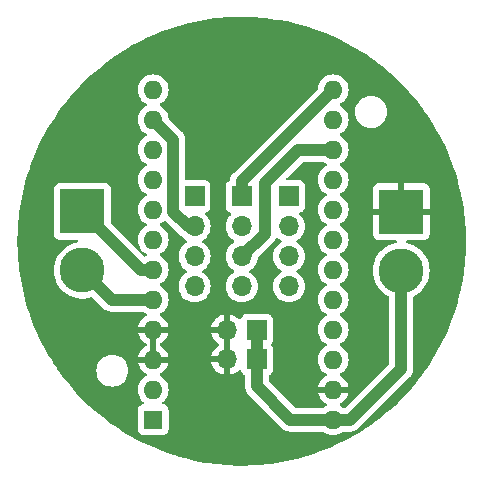
<source format=gbr>
%TF.GenerationSoftware,KiCad,Pcbnew,(7.0.0)*%
%TF.CreationDate,2023-11-14T12:38:22+01:00*%
%TF.ProjectId,Helios_PCB_section,48656c69-6f73-45f5-9043-425f73656374,rev?*%
%TF.SameCoordinates,Original*%
%TF.FileFunction,Copper,L1,Top*%
%TF.FilePolarity,Positive*%
%FSLAX46Y46*%
G04 Gerber Fmt 4.6, Leading zero omitted, Abs format (unit mm)*
G04 Created by KiCad (PCBNEW (7.0.0)) date 2023-11-14 12:38:22*
%MOMM*%
%LPD*%
G01*
G04 APERTURE LIST*
%TA.AperFunction,ComponentPad*%
%ADD10R,1.700000X1.700000*%
%TD*%
%TA.AperFunction,ComponentPad*%
%ADD11O,1.700000X1.700000*%
%TD*%
%TA.AperFunction,ComponentPad*%
%ADD12R,1.600000X1.600000*%
%TD*%
%TA.AperFunction,ComponentPad*%
%ADD13O,1.600000X1.600000*%
%TD*%
%TA.AperFunction,ComponentPad*%
%ADD14R,3.800000X3.800000*%
%TD*%
%TA.AperFunction,ComponentPad*%
%ADD15C,3.800000*%
%TD*%
%TA.AperFunction,Conductor*%
%ADD16C,1.000000*%
%TD*%
G04 APERTURE END LIST*
D10*
%TO.P,J4,1,Pin_1*%
%TO.N,F0*%
X108999999Y-86199999D03*
D11*
%TO.P,J4,2,Pin_2*%
%TO.N,F1*%
X108999999Y-88739999D03*
%TO.P,J4,3,Pin_3*%
%TO.N,F2*%
X108999999Y-91279999D03*
%TO.P,J4,4,Pin_4*%
%TO.N,F3*%
X108999999Y-93819999D03*
%TD*%
D10*
%TO.P,J5,1,Pin_1*%
%TO.N,F7*%
X100999999Y-86199999D03*
D11*
%TO.P,J5,2,Pin_2*%
%TO.N,F6*%
X100999999Y-88739999D03*
%TO.P,J5,3,Pin_3*%
%TO.N,F5*%
X100999999Y-91279999D03*
%TO.P,J5,4,Pin_4*%
%TO.N,F4*%
X100999999Y-93819999D03*
%TD*%
D10*
%TO.P,J6,1,Pin_1*%
%TO.N,SCL1*%
X104999999Y-86199999D03*
D11*
%TO.P,J6,2,Pin_2*%
%TO.N,SDA1*%
X104999999Y-88739999D03*
%TO.P,J6,3,Pin_3*%
%TO.N,L1*%
X104999999Y-91279999D03*
%TO.P,J6,4,Pin_4*%
%TO.N,L0*%
X104999999Y-93819999D03*
%TD*%
D10*
%TO.P,J7,1,Pin_1*%
%TO.N,+5V*%
X106289999Y-99999999D03*
D11*
%TO.P,J7,2,Pin_2*%
%TO.N,GND*%
X103749999Y-99999999D03*
%TD*%
D10*
%TO.P,J2,1,Pin_1*%
%TO.N,+5V*%
X106274999Y-97499999D03*
D11*
%TO.P,J2,2,Pin_2*%
%TO.N,GND*%
X103734999Y-97499999D03*
%TD*%
D12*
%TO.P,U1,1,D1/TX*%
%TO.N,unconnected-(U1-D1{slash}TX-Pad1)*%
X97499999Y-105109999D03*
D13*
%TO.P,U1,2,D0/RX*%
%TO.N,unconnected-(U1-D0{slash}RX-Pad2)*%
X97499999Y-102569999D03*
%TO.P,U1,3,GND*%
%TO.N,GND*%
X97499999Y-100029999D03*
%TO.P,U1,4,GND*%
X97499999Y-97489999D03*
%TO.P,U1,5,D2*%
%TO.N,SDA*%
X97499999Y-94949999D03*
%TO.P,U1,6,~D3*%
%TO.N,SCL*%
X97499999Y-92409999D03*
%TO.P,U1,7,D4/A6*%
%TO.N,F4*%
X97499999Y-89869999D03*
%TO.P,U1,8,~D5*%
%TO.N,unconnected-(U1-~D5-Pad8)*%
X97499999Y-87329999D03*
%TO.P,U1,9,~D6/A7*%
%TO.N,F5*%
X97499999Y-84789999D03*
%TO.P,U1,10,D7*%
%TO.N,unconnected-(U1-D7-Pad10)*%
X97499999Y-82249999D03*
%TO.P,U1,11,D8/A8*%
%TO.N,F6*%
X97499999Y-79709999D03*
%TO.P,U1,12,~D9/A9*%
%TO.N,F7*%
X97499999Y-77169999D03*
%TO.P,U1,13,~D10/A10*%
%TO.N,SCL1*%
X112739999Y-77169999D03*
%TO.P,U1,14,D16*%
%TO.N,SDA1*%
X112739999Y-79709999D03*
%TO.P,U1,15,D14*%
%TO.N,L1*%
X112739999Y-82249999D03*
%TO.P,U1,16,D15*%
%TO.N,L0*%
X112739999Y-84789999D03*
%TO.P,U1,17,D18/A0*%
%TO.N,F0*%
X112739999Y-87329999D03*
%TO.P,U1,18,D19/A1*%
%TO.N,F1*%
X112739999Y-89869999D03*
%TO.P,U1,19,D20/A2*%
%TO.N,F2*%
X112739999Y-92409999D03*
%TO.P,U1,20,D21/A3*%
%TO.N,F3*%
X112739999Y-94949999D03*
%TO.P,U1,21,VCC*%
%TO.N,unconnected-(U1-VCC-Pad21)*%
X112739999Y-97489999D03*
%TO.P,U1,22,RST*%
%TO.N,unconnected-(U1-RST-Pad22)*%
X112739999Y-100029999D03*
%TO.P,U1,23,GND*%
%TO.N,GND*%
X112739999Y-102569999D03*
%TO.P,U1,24,RAW*%
%TO.N,+5V*%
X112739999Y-105109999D03*
%TD*%
D14*
%TO.P,J1,1,Pin_1*%
%TO.N,GND*%
X118499999Y-87499999D03*
D15*
%TO.P,J1,2,Pin_2*%
%TO.N,+5V*%
X118500000Y-92500000D03*
%TD*%
D14*
%TO.P,J3,1,Pin_1*%
%TO.N,SCL*%
X91499999Y-87474999D03*
D15*
%TO.P,J3,2,Pin_2*%
%TO.N,SDA*%
X91500000Y-92475000D03*
%TD*%
D16*
%TO.N,F6*%
X101000000Y-88740000D02*
X100440000Y-88740000D01*
X99187000Y-87487000D02*
X99187000Y-81397000D01*
X99187000Y-81397000D02*
X97500000Y-79710000D01*
X100440000Y-88740000D02*
X99187000Y-87487000D01*
%TO.N,+5V*%
X109110000Y-105110000D02*
X112740000Y-105110000D01*
X118500000Y-100800000D02*
X114190000Y-105110000D01*
X114190000Y-105110000D02*
X112740000Y-105110000D01*
X106290000Y-100000000D02*
X106290000Y-102290000D01*
X106290000Y-102290000D02*
X109110000Y-105110000D01*
X106275000Y-97500000D02*
X106275000Y-99985000D01*
X118500000Y-92500000D02*
X118500000Y-100800000D01*
X106275000Y-99985000D02*
X106290000Y-100000000D01*
%TO.N,SCL1*%
X105000000Y-84910000D02*
X112740000Y-77170000D01*
X105000000Y-86200000D02*
X105000000Y-84910000D01*
%TO.N,L1*%
X106934000Y-89346000D02*
X106934000Y-85090000D01*
X106934000Y-85090000D02*
X109774000Y-82250000D01*
X109774000Y-82250000D02*
X112740000Y-82250000D01*
X105000000Y-91280000D02*
X106934000Y-89346000D01*
%TO.N,SDA*%
X97500000Y-94950000D02*
X93975000Y-94950000D01*
X93975000Y-94950000D02*
X91500000Y-92475000D01*
%TO.N,SCL*%
X96435000Y-92410000D02*
X91500000Y-87475000D01*
X97500000Y-92410000D02*
X96435000Y-92410000D01*
%TD*%
%TA.AperFunction,Conductor*%
%TO.N,GND*%
G36*
X105341262Y-71005495D02*
G01*
X105720209Y-71018535D01*
X105720928Y-71018564D01*
X106204192Y-71040583D01*
X106208458Y-71040851D01*
X106585290Y-71071160D01*
X106586156Y-71071235D01*
X107068956Y-71115321D01*
X107073151Y-71115778D01*
X107447100Y-71163193D01*
X107447805Y-71163286D01*
X107929344Y-71229472D01*
X107933527Y-71230122D01*
X108303578Y-71294400D01*
X108304591Y-71294582D01*
X108783611Y-71382799D01*
X108787850Y-71383658D01*
X109153329Y-71464561D01*
X109153900Y-71464690D01*
X109629961Y-71574978D01*
X109634281Y-71576062D01*
X109994055Y-71673200D01*
X109994962Y-71673449D01*
X110466678Y-71805618D01*
X110470979Y-71806909D01*
X110824490Y-71919982D01*
X110825479Y-71920303D01*
X111292031Y-72074247D01*
X111296237Y-72075721D01*
X111642780Y-72204358D01*
X111643399Y-72204590D01*
X112104218Y-72380279D01*
X112108399Y-72381963D01*
X112447032Y-72525653D01*
X112447638Y-72525913D01*
X112901612Y-72723102D01*
X112905737Y-72724986D01*
X113070104Y-72803810D01*
X113235444Y-72883101D01*
X113236352Y-72883541D01*
X113395035Y-72961233D01*
X113682506Y-73101982D01*
X113686565Y-73104066D01*
X114007006Y-73276232D01*
X114007464Y-73276480D01*
X114445240Y-73516112D01*
X114449301Y-73518437D01*
X114759551Y-73703940D01*
X114759882Y-73704139D01*
X115188284Y-73964656D01*
X115192287Y-73967197D01*
X115478762Y-74156837D01*
X115491363Y-74165178D01*
X115492048Y-74165635D01*
X115745476Y-74336016D01*
X115910110Y-74446700D01*
X115914041Y-74449455D01*
X116201534Y-74659340D01*
X116201965Y-74659657D01*
X116447698Y-74841634D01*
X116609123Y-74961177D01*
X116612957Y-74964134D01*
X116888014Y-75184962D01*
X116888624Y-75185455D01*
X117283982Y-75507103D01*
X117287657Y-75510215D01*
X117549697Y-75741127D01*
X117550175Y-75741551D01*
X117933154Y-76083243D01*
X117936762Y-76086594D01*
X118185064Y-76326499D01*
X118185463Y-76326886D01*
X118555342Y-76688440D01*
X118558822Y-76691981D01*
X118792762Y-76939731D01*
X118793228Y-76940226D01*
X119012860Y-77175395D01*
X119149260Y-77321443D01*
X119152594Y-77325162D01*
X119372007Y-77579985D01*
X119618344Y-77869073D01*
X119713604Y-77980866D01*
X119716799Y-77984774D01*
X119920777Y-78244896D01*
X119920922Y-78245081D01*
X120123987Y-78506625D01*
X120247279Y-78665423D01*
X120250317Y-78669506D01*
X120438385Y-78933418D01*
X120438706Y-78933872D01*
X120749117Y-79373623D01*
X120751988Y-79377874D01*
X120923610Y-79643702D01*
X120923889Y-79644136D01*
X121218109Y-80104043D01*
X121220804Y-80108456D01*
X121375517Y-80374077D01*
X121375755Y-80374487D01*
X121653232Y-80855092D01*
X121655743Y-80859660D01*
X121793272Y-81122827D01*
X121793472Y-81123211D01*
X122053616Y-81625266D01*
X122055933Y-81629981D01*
X122175745Y-81887345D01*
X122175642Y-81887392D01*
X122175911Y-81887700D01*
X122418391Y-82412895D01*
X122420508Y-82417749D01*
X122522512Y-82666018D01*
X122522644Y-82666342D01*
X122746819Y-83216382D01*
X122748718Y-83221345D01*
X122804641Y-83377459D01*
X122832403Y-83454963D01*
X122832343Y-83454984D01*
X122832507Y-83455254D01*
X123038204Y-84034030D01*
X123039895Y-84039135D01*
X123105103Y-84251356D01*
X123105181Y-84251612D01*
X123291940Y-84864136D01*
X123293407Y-84869352D01*
X123339878Y-85049655D01*
X123339934Y-85049875D01*
X123507504Y-85704998D01*
X123508740Y-85710315D01*
X123536206Y-85841498D01*
X123536244Y-85841681D01*
X123684428Y-86554785D01*
X123685428Y-86560192D01*
X123693878Y-86612375D01*
X123693901Y-86612519D01*
X123822089Y-87410108D01*
X123822858Y-87415701D01*
X123920462Y-88269485D01*
X123920975Y-88275107D01*
X123979617Y-89132426D01*
X123979874Y-89138065D01*
X123999435Y-89997176D01*
X123999435Y-90002822D01*
X123979874Y-90861934D01*
X123979617Y-90867573D01*
X123920975Y-91724892D01*
X123920462Y-91730514D01*
X123822858Y-92584298D01*
X123822089Y-92589891D01*
X123693901Y-93387480D01*
X123693878Y-93387625D01*
X123685428Y-93439807D01*
X123684428Y-93445213D01*
X123536244Y-94158318D01*
X123536206Y-94158501D01*
X123508740Y-94289683D01*
X123507504Y-94295000D01*
X123339934Y-94950124D01*
X123339878Y-94950344D01*
X123293407Y-95130646D01*
X123291940Y-95135862D01*
X123105181Y-95748387D01*
X123105103Y-95748643D01*
X123039895Y-95960863D01*
X123038204Y-95965968D01*
X122832537Y-96544659D01*
X122832434Y-96544950D01*
X122748727Y-96778632D01*
X122746819Y-96783616D01*
X122522644Y-97333657D01*
X122522511Y-97333981D01*
X122420507Y-97582249D01*
X122418391Y-97587103D01*
X122175942Y-98112229D01*
X122175777Y-98112584D01*
X122055933Y-98370017D01*
X122053616Y-98374732D01*
X121793472Y-98876787D01*
X121793272Y-98877171D01*
X121655743Y-99140338D01*
X121653232Y-99144906D01*
X121375755Y-99625511D01*
X121375517Y-99625921D01*
X121220804Y-99891542D01*
X121218109Y-99895955D01*
X120923889Y-100355862D01*
X120923610Y-100356296D01*
X120751988Y-100622124D01*
X120749117Y-100626375D01*
X120438706Y-101066126D01*
X120438385Y-101066580D01*
X120250317Y-101330492D01*
X120247279Y-101334575D01*
X119920999Y-101754818D01*
X119920631Y-101755289D01*
X119716799Y-102015224D01*
X119713604Y-102019132D01*
X119372156Y-102419840D01*
X119371740Y-102420325D01*
X119152602Y-102674827D01*
X119149260Y-102678555D01*
X118793228Y-103059772D01*
X118792762Y-103060267D01*
X118558822Y-103308017D01*
X118555342Y-103311558D01*
X118185463Y-103673112D01*
X118184945Y-103673615D01*
X117936762Y-103913404D01*
X117933154Y-103916755D01*
X117550175Y-104258447D01*
X117549604Y-104258953D01*
X117287682Y-104489762D01*
X117283956Y-104492917D01*
X116888639Y-104814531D01*
X116888014Y-104815036D01*
X116612957Y-105035864D01*
X116609123Y-105038821D01*
X116202102Y-105340240D01*
X116201421Y-105340741D01*
X115914041Y-105550543D01*
X115910110Y-105553298D01*
X115492100Y-105834328D01*
X115491363Y-105834820D01*
X115192287Y-106032801D01*
X115188269Y-106035351D01*
X114760171Y-106295684D01*
X114759376Y-106296163D01*
X114449306Y-106481558D01*
X114445212Y-106483902D01*
X114007678Y-106723402D01*
X114006826Y-106723863D01*
X113686615Y-106895906D01*
X113682454Y-106898042D01*
X113236352Y-107116457D01*
X113235444Y-107116897D01*
X112905782Y-107274991D01*
X112901565Y-107276917D01*
X112447828Y-107474003D01*
X112446862Y-107474418D01*
X112108439Y-107618019D01*
X112104177Y-107619735D01*
X111643581Y-107795339D01*
X111642559Y-107795723D01*
X111296282Y-107924261D01*
X111291985Y-107925767D01*
X110825568Y-108079666D01*
X110824490Y-108080016D01*
X110470979Y-108193089D01*
X110466657Y-108194386D01*
X109995066Y-108326520D01*
X109993933Y-108326831D01*
X109634289Y-108423934D01*
X109629953Y-108425022D01*
X109154186Y-108535243D01*
X109153000Y-108535511D01*
X108787901Y-108616329D01*
X108783559Y-108617209D01*
X108304718Y-108705393D01*
X108303481Y-108705615D01*
X107933602Y-108769864D01*
X107929266Y-108770538D01*
X107448098Y-108836673D01*
X107446811Y-108836843D01*
X107073213Y-108884213D01*
X107068891Y-108884684D01*
X106586411Y-108928741D01*
X106585076Y-108928856D01*
X106208473Y-108959146D01*
X106204176Y-108959416D01*
X105721321Y-108981417D01*
X105719942Y-108981473D01*
X105375751Y-108993317D01*
X105341262Y-108994504D01*
X105336999Y-108994577D01*
X104854540Y-108994577D01*
X104853119Y-108994569D01*
X104837158Y-108994385D01*
X104473320Y-108990214D01*
X104469098Y-108990093D01*
X103988069Y-108968176D01*
X103986608Y-108968101D01*
X103606523Y-108946287D01*
X103602352Y-108945977D01*
X103123610Y-108902262D01*
X103122113Y-108902116D01*
X102742612Y-108862815D01*
X102738500Y-108862320D01*
X102263082Y-108796975D01*
X102261553Y-108796755D01*
X101883403Y-108739969D01*
X101879359Y-108739293D01*
X101408192Y-108652522D01*
X101406633Y-108652225D01*
X101030743Y-108578016D01*
X101026774Y-108577165D01*
X100560675Y-108469185D01*
X100559092Y-108468807D01*
X100186346Y-108377282D01*
X100182460Y-108376261D01*
X99722433Y-108247367D01*
X99720830Y-108246906D01*
X99351996Y-108138190D01*
X99348199Y-108137004D01*
X98895117Y-107987503D01*
X98893497Y-107986956D01*
X98529483Y-107861254D01*
X98525784Y-107859911D01*
X98080487Y-107690139D01*
X98078855Y-107689503D01*
X97720450Y-107547030D01*
X97716854Y-107545535D01*
X97280278Y-107355903D01*
X97278639Y-107355177D01*
X96926625Y-107196188D01*
X96923139Y-107194548D01*
X96496104Y-106985466D01*
X96494463Y-106984647D01*
X96149653Y-106809456D01*
X96146282Y-106807678D01*
X95729656Y-106579623D01*
X95728018Y-106578710D01*
X95391151Y-106387638D01*
X95387900Y-106385728D01*
X94982524Y-106139213D01*
X94980894Y-106138205D01*
X94652731Y-105931632D01*
X94649605Y-105929598D01*
X94256167Y-105665087D01*
X94254552Y-105663982D01*
X93935902Y-105442371D01*
X93932905Y-105440220D01*
X93552299Y-105158364D01*
X93550703Y-105157162D01*
X93242145Y-104920865D01*
X93239300Y-104918619D01*
X92872208Y-104619967D01*
X92870637Y-104618668D01*
X92572999Y-104368273D01*
X92570274Y-104365912D01*
X92217333Y-104051021D01*
X92215792Y-104049622D01*
X92104737Y-103947141D01*
X91929786Y-103785696D01*
X91927202Y-103783242D01*
X91589146Y-103452796D01*
X91587692Y-103451351D01*
X91313815Y-103174315D01*
X91311389Y-103171791D01*
X90988940Y-102826532D01*
X90987478Y-102824938D01*
X90811953Y-102630298D01*
X90757577Y-102570000D01*
X96194532Y-102570000D01*
X96195004Y-102575395D01*
X96210260Y-102749778D01*
X96214365Y-102796692D01*
X96215762Y-102801907D01*
X96215764Y-102801916D01*
X96271858Y-103011263D01*
X96271861Y-103011271D01*
X96273261Y-103016496D01*
X96275549Y-103021403D01*
X96275550Y-103021405D01*
X96283064Y-103037518D01*
X96369432Y-103222734D01*
X96499953Y-103409139D01*
X96660861Y-103570047D01*
X96685463Y-103587273D01*
X96724600Y-103632114D01*
X96738334Y-103690028D01*
X96723501Y-103747669D01*
X96683517Y-103791758D01*
X96627595Y-103812138D01*
X96600230Y-103815079D01*
X96600223Y-103815080D01*
X96592517Y-103815909D01*
X96585252Y-103818618D01*
X96585246Y-103818620D01*
X96465980Y-103863104D01*
X96465978Y-103863104D01*
X96457669Y-103866204D01*
X96450572Y-103871516D01*
X96450568Y-103871519D01*
X96349550Y-103947141D01*
X96349546Y-103947144D01*
X96342454Y-103952454D01*
X96337144Y-103959546D01*
X96337141Y-103959550D01*
X96261519Y-104060568D01*
X96261516Y-104060572D01*
X96256204Y-104067669D01*
X96253104Y-104075978D01*
X96253104Y-104075980D01*
X96208620Y-104195247D01*
X96208619Y-104195250D01*
X96205909Y-104202517D01*
X96205079Y-104210227D01*
X96205079Y-104210232D01*
X96199855Y-104258819D01*
X96199854Y-104258831D01*
X96199500Y-104262127D01*
X96199500Y-104265448D01*
X96199500Y-104265449D01*
X96199500Y-105954560D01*
X96199500Y-105954578D01*
X96199501Y-105957872D01*
X96199853Y-105961150D01*
X96199854Y-105961161D01*
X96205079Y-106009768D01*
X96205080Y-106009773D01*
X96205909Y-106017483D01*
X96208619Y-106024749D01*
X96208620Y-106024753D01*
X96238318Y-106104376D01*
X96256204Y-106152331D01*
X96342454Y-106267546D01*
X96457669Y-106353796D01*
X96592517Y-106404091D01*
X96652127Y-106410500D01*
X98347872Y-106410499D01*
X98407483Y-106404091D01*
X98542331Y-106353796D01*
X98657546Y-106267546D01*
X98743796Y-106152331D01*
X98794091Y-106017483D01*
X98800500Y-105957873D01*
X98800499Y-104262128D01*
X98794091Y-104202517D01*
X98743796Y-104067669D01*
X98657546Y-103952454D01*
X98609858Y-103916755D01*
X98549431Y-103871519D01*
X98549430Y-103871518D01*
X98542331Y-103866204D01*
X98407483Y-103815909D01*
X98399770Y-103815079D01*
X98399767Y-103815079D01*
X98372402Y-103812137D01*
X98316480Y-103791757D01*
X98276497Y-103747667D01*
X98261665Y-103690025D01*
X98275400Y-103632112D01*
X98314536Y-103587273D01*
X98339139Y-103570047D01*
X98500047Y-103409139D01*
X98630568Y-103222734D01*
X98726739Y-103016496D01*
X98785635Y-102796692D01*
X98805468Y-102570000D01*
X98785635Y-102343308D01*
X98772708Y-102295063D01*
X98728141Y-102128736D01*
X98728140Y-102128734D01*
X98726739Y-102123504D01*
X98630568Y-101917266D01*
X98500047Y-101730861D01*
X98339139Y-101569953D01*
X98175052Y-101455059D01*
X98157173Y-101442540D01*
X98157171Y-101442539D01*
X98152734Y-101439432D01*
X98147831Y-101437145D01*
X98147823Y-101437141D01*
X98094134Y-101412106D01*
X98041958Y-101366349D01*
X98022539Y-101299723D01*
X98041959Y-101233098D01*
X98094135Y-101187341D01*
X98147585Y-101162417D01*
X98156912Y-101157032D01*
X98334381Y-101032767D01*
X98342647Y-101025830D01*
X98495830Y-100872647D01*
X98502767Y-100864381D01*
X98627032Y-100686912D01*
X98632421Y-100677579D01*
X98723977Y-100481234D01*
X98727669Y-100471092D01*
X98775179Y-100293780D01*
X98775547Y-100282551D01*
X98764605Y-100280000D01*
X96235395Y-100280000D01*
X96224452Y-100282551D01*
X96224820Y-100293780D01*
X96272330Y-100471092D01*
X96276022Y-100481234D01*
X96367579Y-100677579D01*
X96372967Y-100686912D01*
X96497232Y-100864381D01*
X96504169Y-100872647D01*
X96657352Y-101025830D01*
X96665618Y-101032767D01*
X96843087Y-101157032D01*
X96852423Y-101162422D01*
X96905864Y-101187342D01*
X96958040Y-101233098D01*
X96977460Y-101299723D01*
X96958041Y-101366348D01*
X96905866Y-101412106D01*
X96878868Y-101424695D01*
X96847266Y-101439432D01*
X96842833Y-101442535D01*
X96842826Y-101442540D01*
X96665296Y-101566847D01*
X96665291Y-101566850D01*
X96660861Y-101569953D01*
X96657037Y-101573776D01*
X96657031Y-101573782D01*
X96503782Y-101727031D01*
X96503776Y-101727037D01*
X96499953Y-101730861D01*
X96496850Y-101735291D01*
X96496847Y-101735296D01*
X96372540Y-101912826D01*
X96372535Y-101912833D01*
X96369432Y-101917266D01*
X96367144Y-101922172D01*
X96367142Y-101922176D01*
X96275550Y-102118594D01*
X96275547Y-102118599D01*
X96273261Y-102123504D01*
X96271862Y-102128724D01*
X96271858Y-102128736D01*
X96215764Y-102338083D01*
X96215762Y-102338094D01*
X96214365Y-102343308D01*
X96213893Y-102348693D01*
X96213893Y-102348698D01*
X96197445Y-102536702D01*
X96194532Y-102570000D01*
X90757577Y-102570000D01*
X90726412Y-102535441D01*
X90724131Y-102532839D01*
X90417927Y-102173493D01*
X90416570Y-102171871D01*
X90168807Y-101870411D01*
X90166708Y-101867784D01*
X89877356Y-101495105D01*
X89875997Y-101493321D01*
X89811182Y-101406644D01*
X89642166Y-101180620D01*
X89640176Y-101177880D01*
X89486379Y-100960000D01*
X92684341Y-100960000D01*
X92684813Y-100965395D01*
X92704279Y-101187893D01*
X92704937Y-101195408D01*
X92706336Y-101200630D01*
X92706337Y-101200634D01*
X92764694Y-101418430D01*
X92764697Y-101418438D01*
X92766097Y-101423663D01*
X92768385Y-101428570D01*
X92768386Y-101428572D01*
X92775099Y-101442967D01*
X92865965Y-101637829D01*
X93001505Y-101831401D01*
X93168599Y-101998495D01*
X93362171Y-102134035D01*
X93576337Y-102233903D01*
X93804592Y-102295063D01*
X93981034Y-102310500D01*
X94096258Y-102310500D01*
X94098966Y-102310500D01*
X94275408Y-102295063D01*
X94503663Y-102233903D01*
X94717829Y-102134035D01*
X94911401Y-101998495D01*
X95078495Y-101831401D01*
X95214035Y-101637830D01*
X95313903Y-101423663D01*
X95375063Y-101195408D01*
X95395659Y-100960000D01*
X95375063Y-100724592D01*
X95313903Y-100496337D01*
X95214035Y-100282171D01*
X95193295Y-100252551D01*
X102422688Y-100252551D01*
X102423056Y-100263780D01*
X102475168Y-100458263D01*
X102478856Y-100468397D01*
X102574113Y-100672676D01*
X102579501Y-100682008D01*
X102708784Y-100866643D01*
X102715721Y-100874909D01*
X102875090Y-101034278D01*
X102883356Y-101041215D01*
X103067991Y-101170498D01*
X103077323Y-101175886D01*
X103281602Y-101271143D01*
X103291736Y-101274831D01*
X103486219Y-101326943D01*
X103497448Y-101327311D01*
X103500000Y-101316369D01*
X103500000Y-100266326D01*
X103496549Y-100253450D01*
X103483674Y-100250000D01*
X102433631Y-100250000D01*
X102422688Y-100252551D01*
X95193295Y-100252551D01*
X95078495Y-100088599D01*
X94911401Y-99921505D01*
X94750295Y-99808698D01*
X94722268Y-99789073D01*
X94722266Y-99789072D01*
X94717829Y-99785965D01*
X94699564Y-99777448D01*
X96224452Y-99777448D01*
X96235395Y-99780000D01*
X97233674Y-99780000D01*
X97246549Y-99776549D01*
X97250000Y-99763674D01*
X97750000Y-99763674D01*
X97753450Y-99776549D01*
X97766326Y-99780000D01*
X98764605Y-99780000D01*
X98775547Y-99777448D01*
X98775179Y-99766219D01*
X98727669Y-99588907D01*
X98723977Y-99578765D01*
X98632420Y-99382419D01*
X98627032Y-99373087D01*
X98502767Y-99195618D01*
X98495830Y-99187352D01*
X98342647Y-99034169D01*
X98334381Y-99027232D01*
X98156912Y-98902967D01*
X98147576Y-98897577D01*
X98093544Y-98872382D01*
X98041368Y-98826625D01*
X98021948Y-98760000D01*
X98041368Y-98693375D01*
X98093544Y-98647618D01*
X98147576Y-98622422D01*
X98156912Y-98617032D01*
X98334381Y-98492767D01*
X98342647Y-98485830D01*
X98495830Y-98332647D01*
X98502767Y-98324381D01*
X98627032Y-98146912D01*
X98632420Y-98137580D01*
X98723977Y-97941234D01*
X98727669Y-97931092D01*
X98775179Y-97753780D01*
X98775219Y-97752551D01*
X102407688Y-97752551D01*
X102408056Y-97763780D01*
X102460168Y-97958263D01*
X102463856Y-97968397D01*
X102559113Y-98172676D01*
X102564501Y-98182008D01*
X102693784Y-98366643D01*
X102700721Y-98374909D01*
X102860090Y-98534278D01*
X102868356Y-98541215D01*
X103028968Y-98653677D01*
X103067833Y-98697995D01*
X103081844Y-98755252D01*
X103067833Y-98812509D01*
X103028968Y-98856827D01*
X102883352Y-98958788D01*
X102875092Y-98965719D01*
X102715719Y-99125092D01*
X102708784Y-99133357D01*
X102579508Y-99317982D01*
X102574110Y-99327332D01*
X102478856Y-99531602D01*
X102475168Y-99541736D01*
X102423056Y-99736219D01*
X102422688Y-99747448D01*
X102433631Y-99750000D01*
X103483674Y-99750000D01*
X103496549Y-99746549D01*
X103500000Y-99733674D01*
X103500000Y-98906326D01*
X103489225Y-98866114D01*
X103485000Y-98834020D01*
X103485000Y-98593674D01*
X103985000Y-98593674D01*
X103995775Y-98633886D01*
X104000000Y-98665980D01*
X104000000Y-101316369D01*
X104002551Y-101327311D01*
X104013780Y-101326943D01*
X104208263Y-101274831D01*
X104218397Y-101271143D01*
X104422676Y-101175886D01*
X104432008Y-101170498D01*
X104616643Y-101041215D01*
X104624902Y-101034284D01*
X104743133Y-100916053D01*
X104795880Y-100884757D01*
X104857173Y-100882568D01*
X104912018Y-100910021D01*
X104946997Y-100960401D01*
X104996204Y-101092331D01*
X105001518Y-101099430D01*
X105001519Y-101099431D01*
X105067328Y-101187341D01*
X105082454Y-101207546D01*
X105197669Y-101293796D01*
X105208835Y-101297960D01*
X105251070Y-101324399D01*
X105279488Y-101365330D01*
X105289500Y-101414142D01*
X105289500Y-102275722D01*
X105289460Y-102278863D01*
X105287691Y-102348698D01*
X105287243Y-102366363D01*
X105288351Y-102372548D01*
X105288352Y-102372554D01*
X105297648Y-102424420D01*
X105298957Y-102433748D01*
X105304289Y-102486180D01*
X105304290Y-102486185D01*
X105304926Y-102492438D01*
X105306807Y-102498435D01*
X105306810Y-102498447D01*
X105314032Y-102521466D01*
X105317772Y-102536702D01*
X105322031Y-102560464D01*
X105322035Y-102560478D01*
X105323142Y-102566653D01*
X105325471Y-102572483D01*
X105345020Y-102621425D01*
X105348179Y-102630298D01*
X105365841Y-102686588D01*
X105368891Y-102692083D01*
X105380603Y-102713184D01*
X105387337Y-102727363D01*
X105396290Y-102749778D01*
X105396292Y-102749783D01*
X105398623Y-102755617D01*
X105402082Y-102760866D01*
X105402085Y-102760871D01*
X105431080Y-102804867D01*
X105435961Y-102812923D01*
X105461536Y-102858999D01*
X105461538Y-102859002D01*
X105464591Y-102864502D01*
X105468689Y-102869275D01*
X105484404Y-102887581D01*
X105493855Y-102900116D01*
X105507133Y-102920263D01*
X105507138Y-102920269D01*
X105510598Y-102925519D01*
X105515045Y-102929966D01*
X105552300Y-102967221D01*
X105558705Y-102974131D01*
X105593041Y-103014128D01*
X105593044Y-103014131D01*
X105597134Y-103018895D01*
X105602103Y-103022742D01*
X105602106Y-103022744D01*
X105621192Y-103037518D01*
X105632972Y-103047893D01*
X108392431Y-105807351D01*
X108394624Y-105809600D01*
X108418597Y-105834820D01*
X108454941Y-105873053D01*
X108460100Y-105876644D01*
X108460104Y-105876647D01*
X108503362Y-105906755D01*
X108510871Y-105912416D01*
X108556593Y-105949698D01*
X108578574Y-105961180D01*
X108583556Y-105963782D01*
X108596980Y-105971915D01*
X108621951Y-105989295D01*
X108669657Y-106009767D01*
X108676163Y-106012559D01*
X108684673Y-106016601D01*
X108736951Y-106043909D01*
X108766195Y-106052276D01*
X108780979Y-106057539D01*
X108808942Y-106069540D01*
X108866727Y-106081414D01*
X108875869Y-106083657D01*
X108932582Y-106099886D01*
X108938857Y-106100363D01*
X108938858Y-106100364D01*
X108942331Y-106100628D01*
X108962915Y-106102195D01*
X108978459Y-106104376D01*
X109002096Y-106109234D01*
X109002100Y-106109234D01*
X109008259Y-106110500D01*
X109067244Y-106110500D01*
X109076660Y-106110858D01*
X109135476Y-106115337D01*
X109165651Y-106111493D01*
X109181317Y-106110500D01*
X111862412Y-106110500D01*
X111899699Y-106116239D01*
X111933533Y-106132924D01*
X112087266Y-106240568D01*
X112293504Y-106336739D01*
X112298734Y-106338140D01*
X112298736Y-106338141D01*
X112476334Y-106385728D01*
X112513308Y-106395635D01*
X112740000Y-106415468D01*
X112966692Y-106395635D01*
X113186496Y-106336739D01*
X113392734Y-106240568D01*
X113546466Y-106132924D01*
X113580301Y-106116239D01*
X113617588Y-106110500D01*
X114175722Y-106110500D01*
X114178862Y-106110539D01*
X114266363Y-106112757D01*
X114324458Y-106102344D01*
X114333739Y-106101042D01*
X114392438Y-106095074D01*
X114421464Y-106085966D01*
X114436713Y-106082224D01*
X114466653Y-106076858D01*
X114521423Y-106054980D01*
X114530303Y-106051818D01*
X114549994Y-106045640D01*
X114586588Y-106034159D01*
X114613194Y-106019390D01*
X114627362Y-106012662D01*
X114655617Y-106001377D01*
X114704891Y-105968902D01*
X114712910Y-105964043D01*
X114764502Y-105935409D01*
X114775961Y-105925570D01*
X114787583Y-105915594D01*
X114800125Y-105906137D01*
X114825519Y-105889402D01*
X114867238Y-105847681D01*
X114874122Y-105841301D01*
X114918895Y-105802866D01*
X114937520Y-105778802D01*
X114947879Y-105767040D01*
X119197409Y-101517510D01*
X119199579Y-101515394D01*
X119263053Y-101455059D01*
X119296763Y-101406624D01*
X119302405Y-101399141D01*
X119339697Y-101353408D01*
X119353781Y-101326443D01*
X119361909Y-101313025D01*
X119379295Y-101288049D01*
X119402568Y-101233815D01*
X119406595Y-101225336D01*
X119426155Y-101187893D01*
X119430997Y-101178624D01*
X119430997Y-101178622D01*
X119433909Y-101173049D01*
X119442275Y-101143808D01*
X119447539Y-101129019D01*
X119459540Y-101101058D01*
X119471421Y-101043238D01*
X119473650Y-101034155D01*
X119489886Y-100977418D01*
X119492195Y-100947082D01*
X119494376Y-100931539D01*
X119499234Y-100907901D01*
X119499233Y-100907901D01*
X119500500Y-100901741D01*
X119500500Y-100842756D01*
X119500858Y-100833340D01*
X119504095Y-100790830D01*
X119505337Y-100774524D01*
X119501493Y-100744348D01*
X119500500Y-100728683D01*
X119500500Y-94762642D01*
X119517768Y-94699521D01*
X119564762Y-94653980D01*
X119586088Y-94642255D01*
X119788795Y-94530816D01*
X120033162Y-94353274D01*
X120253349Y-94146504D01*
X120445885Y-93913768D01*
X120607733Y-93658736D01*
X120736341Y-93385430D01*
X120829681Y-93098160D01*
X120886280Y-92801457D01*
X120905246Y-92500000D01*
X120886280Y-92198543D01*
X120829681Y-91901840D01*
X120736341Y-91614570D01*
X120607733Y-91341264D01*
X120507741Y-91183702D01*
X120447975Y-91089525D01*
X120447973Y-91089522D01*
X120445885Y-91086232D01*
X120429173Y-91066031D01*
X120372446Y-90997459D01*
X120253349Y-90853496D01*
X120033162Y-90646726D01*
X120002424Y-90624394D01*
X119791944Y-90471472D01*
X119791945Y-90471472D01*
X119788795Y-90469184D01*
X119785391Y-90467313D01*
X119785387Y-90467310D01*
X119527521Y-90325546D01*
X119527514Y-90325542D01*
X119524104Y-90323668D01*
X119520478Y-90322232D01*
X119520473Y-90322230D01*
X119246890Y-90213911D01*
X119246884Y-90213909D01*
X119243262Y-90212475D01*
X119239484Y-90211505D01*
X119239481Y-90211504D01*
X118976972Y-90144104D01*
X118924837Y-90116150D01*
X118891586Y-90067223D01*
X118884787Y-90008459D01*
X118905986Y-89953232D01*
X118950360Y-89914111D01*
X119007809Y-89900000D01*
X120444518Y-89900000D01*
X120451114Y-89899646D01*
X120499667Y-89894426D01*
X120514641Y-89890888D01*
X120633777Y-89846452D01*
X120649189Y-89838037D01*
X120750092Y-89762501D01*
X120762501Y-89750092D01*
X120838037Y-89649189D01*
X120846452Y-89633777D01*
X120890888Y-89514641D01*
X120894426Y-89499667D01*
X120899646Y-89451114D01*
X120900000Y-89444518D01*
X120900000Y-87766326D01*
X120896549Y-87753450D01*
X120883674Y-87750000D01*
X116116326Y-87750000D01*
X116103450Y-87753450D01*
X116100000Y-87766326D01*
X116100000Y-89444518D01*
X116100353Y-89451114D01*
X116105573Y-89499667D01*
X116109111Y-89514641D01*
X116153547Y-89633777D01*
X116161962Y-89649189D01*
X116237498Y-89750092D01*
X116249907Y-89762501D01*
X116350810Y-89838037D01*
X116366222Y-89846452D01*
X116485358Y-89890888D01*
X116500332Y-89894426D01*
X116548885Y-89899646D01*
X116555482Y-89900000D01*
X117992191Y-89900000D01*
X118049640Y-89914111D01*
X118094014Y-89953232D01*
X118115213Y-90008459D01*
X118108414Y-90067223D01*
X118075163Y-90116150D01*
X118023028Y-90144104D01*
X117760518Y-90211504D01*
X117760511Y-90211506D01*
X117756738Y-90212475D01*
X117753120Y-90213907D01*
X117753109Y-90213911D01*
X117479526Y-90322230D01*
X117479515Y-90322234D01*
X117475896Y-90323668D01*
X117472491Y-90325539D01*
X117472478Y-90325546D01*
X117214612Y-90467310D01*
X117214600Y-90467317D01*
X117211205Y-90469184D01*
X117208061Y-90471467D01*
X117208055Y-90471472D01*
X116969994Y-90644432D01*
X116969983Y-90644440D01*
X116966838Y-90646726D01*
X116964003Y-90649387D01*
X116963996Y-90649394D01*
X116749488Y-90850831D01*
X116749481Y-90850838D01*
X116746651Y-90853496D01*
X116744176Y-90856487D01*
X116744172Y-90856492D01*
X116556598Y-91083229D01*
X116556588Y-91083241D01*
X116554115Y-91086232D01*
X116552033Y-91089511D01*
X116552024Y-91089525D01*
X116394352Y-91337977D01*
X116394345Y-91337988D01*
X116392267Y-91341264D01*
X116390614Y-91344774D01*
X116390611Y-91344782D01*
X116282140Y-91575296D01*
X116263659Y-91614570D01*
X116262457Y-91618267D01*
X116262455Y-91618274D01*
X116171524Y-91898130D01*
X116170319Y-91901840D01*
X116169590Y-91905660D01*
X116169588Y-91905669D01*
X116114449Y-92194716D01*
X116114446Y-92194732D01*
X116113720Y-92198543D01*
X116094754Y-92500000D01*
X116113720Y-92801457D01*
X116114447Y-92805269D01*
X116114449Y-92805283D01*
X116169588Y-93094330D01*
X116170319Y-93098160D01*
X116171523Y-93101867D01*
X116171524Y-93101869D01*
X116254597Y-93357542D01*
X116263659Y-93385430D01*
X116392267Y-93658736D01*
X116394349Y-93662017D01*
X116394352Y-93662022D01*
X116552024Y-93910474D01*
X116552028Y-93910480D01*
X116554115Y-93913768D01*
X116556594Y-93916765D01*
X116556598Y-93916770D01*
X116587217Y-93953782D01*
X116746651Y-94146504D01*
X116966838Y-94353274D01*
X117211205Y-94530816D01*
X117214612Y-94532689D01*
X117435238Y-94653980D01*
X117482232Y-94699521D01*
X117499500Y-94762642D01*
X117499500Y-100334217D01*
X117490061Y-100381670D01*
X117463181Y-100421898D01*
X113811899Y-104073181D01*
X113771671Y-104100061D01*
X113724218Y-104109500D01*
X113617588Y-104109500D01*
X113580301Y-104103761D01*
X113546465Y-104087075D01*
X113526622Y-104073181D01*
X113392734Y-103979432D01*
X113387831Y-103977145D01*
X113387823Y-103977141D01*
X113334134Y-103952106D01*
X113281958Y-103906349D01*
X113262539Y-103839723D01*
X113281959Y-103773098D01*
X113334135Y-103727341D01*
X113387585Y-103702417D01*
X113396912Y-103697032D01*
X113574381Y-103572767D01*
X113582647Y-103565830D01*
X113735830Y-103412647D01*
X113742767Y-103404381D01*
X113867032Y-103226912D01*
X113872420Y-103217580D01*
X113963977Y-103021234D01*
X113967669Y-103011092D01*
X114015179Y-102833780D01*
X114015547Y-102822551D01*
X114004605Y-102820000D01*
X111475395Y-102820000D01*
X111464452Y-102822551D01*
X111464820Y-102833780D01*
X111512330Y-103011092D01*
X111516022Y-103021234D01*
X111607579Y-103217580D01*
X111612967Y-103226912D01*
X111737232Y-103404381D01*
X111744169Y-103412647D01*
X111897352Y-103565830D01*
X111905618Y-103572767D01*
X112083087Y-103697032D01*
X112092423Y-103702422D01*
X112145864Y-103727342D01*
X112198040Y-103773098D01*
X112217460Y-103839723D01*
X112198041Y-103906348D01*
X112145865Y-103952106D01*
X112087266Y-103979432D01*
X112082833Y-103982535D01*
X112082826Y-103982540D01*
X111987023Y-104049622D01*
X111953378Y-104073181D01*
X111933535Y-104087075D01*
X111899699Y-104103761D01*
X111862412Y-104109500D01*
X109575783Y-104109500D01*
X109528330Y-104100061D01*
X109488102Y-104073181D01*
X107326819Y-101911899D01*
X107299939Y-101871671D01*
X107290500Y-101824218D01*
X107290500Y-101414142D01*
X107300512Y-101365330D01*
X107328930Y-101324399D01*
X107371164Y-101297960D01*
X107382331Y-101293796D01*
X107497546Y-101207546D01*
X107583796Y-101092331D01*
X107634091Y-100957483D01*
X107640500Y-100897873D01*
X107640499Y-99102128D01*
X107634091Y-99042517D01*
X107583796Y-98907669D01*
X107513894Y-98814292D01*
X107491995Y-98766339D01*
X107491995Y-98713622D01*
X107513895Y-98665670D01*
X107563478Y-98599436D01*
X107563481Y-98599431D01*
X107568796Y-98592331D01*
X107619091Y-98457483D01*
X107625500Y-98397873D01*
X107625499Y-96602128D01*
X107619091Y-96542517D01*
X107568796Y-96407669D01*
X107482546Y-96292454D01*
X107475125Y-96286899D01*
X107374431Y-96211519D01*
X107374430Y-96211518D01*
X107367331Y-96206204D01*
X107277470Y-96172688D01*
X107239752Y-96158620D01*
X107239750Y-96158619D01*
X107232483Y-96155909D01*
X107224770Y-96155079D01*
X107224767Y-96155079D01*
X107176180Y-96149855D01*
X107176169Y-96149854D01*
X107172873Y-96149500D01*
X107169550Y-96149500D01*
X105380439Y-96149500D01*
X105380420Y-96149500D01*
X105377128Y-96149501D01*
X105373850Y-96149853D01*
X105373838Y-96149854D01*
X105325231Y-96155079D01*
X105325225Y-96155080D01*
X105317517Y-96155909D01*
X105310252Y-96158618D01*
X105310246Y-96158620D01*
X105190980Y-96203104D01*
X105190978Y-96203104D01*
X105182669Y-96206204D01*
X105175572Y-96211516D01*
X105175568Y-96211519D01*
X105074550Y-96287141D01*
X105074546Y-96287144D01*
X105067454Y-96292454D01*
X105062144Y-96299546D01*
X105062141Y-96299550D01*
X104986519Y-96400568D01*
X104986516Y-96400572D01*
X104981204Y-96407669D01*
X104978104Y-96415978D01*
X104978105Y-96415978D01*
X104931997Y-96539599D01*
X104897018Y-96589978D01*
X104842173Y-96617431D01*
X104780880Y-96615242D01*
X104728134Y-96583946D01*
X104609909Y-96465721D01*
X104601643Y-96458784D01*
X104417008Y-96329501D01*
X104407676Y-96324113D01*
X104203397Y-96228856D01*
X104193263Y-96225168D01*
X103998780Y-96173056D01*
X103987551Y-96172688D01*
X103985000Y-96183631D01*
X103985000Y-98593674D01*
X103485000Y-98593674D01*
X103485000Y-97766326D01*
X103481549Y-97753450D01*
X103468674Y-97750000D01*
X102418631Y-97750000D01*
X102407688Y-97752551D01*
X98775219Y-97752551D01*
X98775547Y-97742551D01*
X98764605Y-97740000D01*
X97766326Y-97740000D01*
X97753450Y-97743450D01*
X97750000Y-97756326D01*
X97750000Y-99763674D01*
X97250000Y-99763674D01*
X97250000Y-97756326D01*
X97246549Y-97743450D01*
X97233674Y-97740000D01*
X96235395Y-97740000D01*
X96224452Y-97742551D01*
X96224820Y-97753780D01*
X96272330Y-97931092D01*
X96276022Y-97941234D01*
X96367579Y-98137580D01*
X96372967Y-98146912D01*
X96497232Y-98324381D01*
X96504169Y-98332647D01*
X96657352Y-98485830D01*
X96665618Y-98492767D01*
X96843087Y-98617032D01*
X96852419Y-98622420D01*
X96906456Y-98647618D01*
X96958632Y-98693375D01*
X96978051Y-98760000D01*
X96958632Y-98826625D01*
X96906456Y-98872382D01*
X96852419Y-98897579D01*
X96843087Y-98902967D01*
X96665618Y-99027232D01*
X96657352Y-99034169D01*
X96504169Y-99187352D01*
X96497232Y-99195618D01*
X96372967Y-99373087D01*
X96367579Y-99382419D01*
X96276022Y-99578765D01*
X96272330Y-99588907D01*
X96224820Y-99766219D01*
X96224452Y-99777448D01*
X94699564Y-99777448D01*
X94611149Y-99736219D01*
X94508572Y-99688386D01*
X94508570Y-99688385D01*
X94503663Y-99686097D01*
X94498438Y-99684697D01*
X94498430Y-99684694D01*
X94280634Y-99626337D01*
X94280630Y-99626336D01*
X94275408Y-99624937D01*
X94270020Y-99624465D01*
X94270017Y-99624465D01*
X94101664Y-99609736D01*
X94101662Y-99609735D01*
X94098966Y-99609500D01*
X93981034Y-99609500D01*
X93978338Y-99609735D01*
X93978335Y-99609736D01*
X93809982Y-99624465D01*
X93809977Y-99624465D01*
X93804592Y-99624937D01*
X93799371Y-99626335D01*
X93799365Y-99626337D01*
X93581569Y-99684694D01*
X93581557Y-99684698D01*
X93576337Y-99686097D01*
X93571432Y-99688383D01*
X93571427Y-99688386D01*
X93367081Y-99783675D01*
X93367077Y-99783677D01*
X93362171Y-99785965D01*
X93357738Y-99789068D01*
X93357731Y-99789073D01*
X93173034Y-99918399D01*
X93173029Y-99918402D01*
X93168599Y-99921505D01*
X93164775Y-99925328D01*
X93164769Y-99925334D01*
X93005336Y-100084767D01*
X93005330Y-100084773D01*
X93001505Y-100088599D01*
X92998406Y-100093023D01*
X92998399Y-100093033D01*
X92869066Y-100277740D01*
X92869061Y-100277747D01*
X92865965Y-100282170D01*
X92863683Y-100287061D01*
X92863678Y-100287072D01*
X92768386Y-100491427D01*
X92768383Y-100491432D01*
X92766097Y-100496337D01*
X92764698Y-100501557D01*
X92764694Y-100501569D01*
X92706337Y-100719365D01*
X92706335Y-100719371D01*
X92704937Y-100724592D01*
X92704465Y-100729977D01*
X92704465Y-100729982D01*
X92685236Y-100949767D01*
X92684341Y-100960000D01*
X89486379Y-100960000D01*
X89368274Y-100792683D01*
X89366991Y-100790830D01*
X89351691Y-100768284D01*
X89147584Y-100467503D01*
X89145749Y-100464718D01*
X89141619Y-100458263D01*
X88891759Y-100067696D01*
X88890550Y-100065767D01*
X88686117Y-99732593D01*
X88684446Y-99729785D01*
X88623912Y-99624937D01*
X88448829Y-99321686D01*
X88447723Y-99319727D01*
X88258679Y-98977347D01*
X88257145Y-98974479D01*
X88249013Y-98958784D01*
X88040446Y-98556268D01*
X88039400Y-98554200D01*
X87866182Y-98203371D01*
X87864794Y-98200464D01*
X87856273Y-98182008D01*
X87667416Y-97772959D01*
X87666496Y-97770914D01*
X87509420Y-97412228D01*
X87508226Y-97409402D01*
X87442220Y-97247448D01*
X102407688Y-97247448D01*
X102418631Y-97250000D01*
X103468674Y-97250000D01*
X103481549Y-97246549D01*
X103485000Y-97233674D01*
X103485000Y-96183631D01*
X103482448Y-96172688D01*
X103471219Y-96173056D01*
X103276736Y-96225168D01*
X103266602Y-96228856D01*
X103062332Y-96324110D01*
X103052982Y-96329508D01*
X102868357Y-96458784D01*
X102860092Y-96465719D01*
X102700719Y-96625092D01*
X102693784Y-96633357D01*
X102564508Y-96817982D01*
X102559110Y-96827332D01*
X102463856Y-97031602D01*
X102460168Y-97041736D01*
X102408056Y-97236219D01*
X102407688Y-97247448D01*
X87442220Y-97247448D01*
X87330561Y-96973480D01*
X87329685Y-96971269D01*
X87189189Y-96605681D01*
X87188147Y-96602864D01*
X87030518Y-96159336D01*
X87029776Y-96157180D01*
X86906139Y-95785388D01*
X86905219Y-95782498D01*
X86767983Y-95332401D01*
X86767335Y-95330194D01*
X86660842Y-94953012D01*
X86660046Y-94950049D01*
X86543484Y-94494348D01*
X86542910Y-94492002D01*
X86453807Y-94110271D01*
X86453187Y-94107462D01*
X86357474Y-93646868D01*
X86357004Y-93644477D01*
X86285479Y-93258970D01*
X86285003Y-93256224D01*
X86210358Y-92791781D01*
X86209996Y-92789361D01*
X86166469Y-92475000D01*
X89094754Y-92475000D01*
X89113720Y-92776457D01*
X89114447Y-92780269D01*
X89114449Y-92780283D01*
X89167393Y-93057823D01*
X89170319Y-93073160D01*
X89171523Y-93076864D01*
X89171524Y-93076869D01*
X89230692Y-93258970D01*
X89263659Y-93360430D01*
X89392267Y-93633736D01*
X89394349Y-93637017D01*
X89394352Y-93637022D01*
X89552024Y-93885474D01*
X89552028Y-93885480D01*
X89554115Y-93888768D01*
X89556594Y-93891765D01*
X89556598Y-93891770D01*
X89607899Y-93953782D01*
X89746651Y-94121504D01*
X89966838Y-94328274D01*
X90211205Y-94505816D01*
X90475896Y-94651332D01*
X90756738Y-94762525D01*
X91049302Y-94837642D01*
X91348973Y-94875500D01*
X91647133Y-94875500D01*
X91651027Y-94875500D01*
X91950698Y-94837642D01*
X92243262Y-94762525D01*
X92260186Y-94755824D01*
X92307129Y-94747123D01*
X92353884Y-94756804D01*
X92393514Y-94783435D01*
X93257450Y-95647371D01*
X93259643Y-95649620D01*
X93315603Y-95708490D01*
X93315605Y-95708492D01*
X93319941Y-95713053D01*
X93325105Y-95716647D01*
X93325107Y-95716649D01*
X93368348Y-95746746D01*
X93375869Y-95752417D01*
X93416715Y-95785722D01*
X93416724Y-95785727D01*
X93421593Y-95789698D01*
X93448556Y-95803782D01*
X93461980Y-95811915D01*
X93486951Y-95829295D01*
X93541163Y-95852559D01*
X93549673Y-95856601D01*
X93601951Y-95883909D01*
X93631199Y-95892277D01*
X93645975Y-95897538D01*
X93673942Y-95909540D01*
X93731718Y-95921413D01*
X93740866Y-95923658D01*
X93797582Y-95939887D01*
X93827916Y-95942196D01*
X93843463Y-95944377D01*
X93867095Y-95949234D01*
X93867102Y-95949234D01*
X93873259Y-95950500D01*
X93932242Y-95950500D01*
X93941657Y-95950858D01*
X94000477Y-95955337D01*
X94030652Y-95951493D01*
X94046318Y-95950500D01*
X96622412Y-95950500D01*
X96659699Y-95956239D01*
X96693533Y-95972924D01*
X96847266Y-96080568D01*
X96852175Y-96082857D01*
X96852180Y-96082860D01*
X96905864Y-96107893D01*
X96958040Y-96153649D01*
X96977460Y-96220274D01*
X96958041Y-96286899D01*
X96905866Y-96332657D01*
X96852416Y-96357581D01*
X96843087Y-96362967D01*
X96665618Y-96487232D01*
X96657352Y-96494169D01*
X96504169Y-96647352D01*
X96497232Y-96655618D01*
X96372967Y-96833087D01*
X96367579Y-96842419D01*
X96276022Y-97038765D01*
X96272330Y-97048907D01*
X96224820Y-97226219D01*
X96224452Y-97237448D01*
X96235395Y-97240000D01*
X98764605Y-97240000D01*
X98775547Y-97237448D01*
X98775179Y-97226219D01*
X98727669Y-97048907D01*
X98723977Y-97038765D01*
X98632420Y-96842419D01*
X98627032Y-96833087D01*
X98502767Y-96655618D01*
X98495830Y-96647352D01*
X98342647Y-96494169D01*
X98334381Y-96487232D01*
X98156912Y-96362967D01*
X98147579Y-96357579D01*
X98094134Y-96332657D01*
X98041958Y-96286899D01*
X98022539Y-96220274D01*
X98041959Y-96153649D01*
X98094131Y-96107894D01*
X98152734Y-96080568D01*
X98339139Y-95950047D01*
X98500047Y-95789139D01*
X98630568Y-95602734D01*
X98726739Y-95396496D01*
X98785635Y-95176692D01*
X98805468Y-94950000D01*
X98785635Y-94723308D01*
X98726739Y-94503504D01*
X98630568Y-94297266D01*
X98500047Y-94110861D01*
X98339139Y-93949953D01*
X98152734Y-93819432D01*
X98094724Y-93792381D01*
X98042549Y-93746625D01*
X98023130Y-93680000D01*
X98042549Y-93613375D01*
X98094725Y-93567618D01*
X98152734Y-93540568D01*
X98339139Y-93410047D01*
X98500047Y-93249139D01*
X98630568Y-93062734D01*
X98726739Y-92856496D01*
X98785635Y-92636692D01*
X98805468Y-92410000D01*
X98785635Y-92183308D01*
X98784062Y-92177436D01*
X98728141Y-91968736D01*
X98728140Y-91968734D01*
X98726739Y-91963504D01*
X98630568Y-91757266D01*
X98500047Y-91570861D01*
X98339139Y-91409953D01*
X98175202Y-91295164D01*
X98157173Y-91282540D01*
X98157171Y-91282539D01*
X98152734Y-91279432D01*
X98094724Y-91252381D01*
X98042549Y-91206625D01*
X98023130Y-91140000D01*
X98042549Y-91073375D01*
X98094725Y-91027618D01*
X98152734Y-91000568D01*
X98339139Y-90870047D01*
X98500047Y-90709139D01*
X98630568Y-90522734D01*
X98726739Y-90316496D01*
X98785635Y-90096692D01*
X98805468Y-89870000D01*
X98785635Y-89643308D01*
X98774544Y-89601916D01*
X98728141Y-89428736D01*
X98728140Y-89428734D01*
X98726739Y-89423504D01*
X98630568Y-89217266D01*
X98500047Y-89030861D01*
X98339139Y-88869953D01*
X98152734Y-88739432D01*
X98094724Y-88712381D01*
X98042549Y-88666625D01*
X98023130Y-88600000D01*
X98042549Y-88533375D01*
X98094725Y-88487618D01*
X98152734Y-88460568D01*
X98339139Y-88330047D01*
X98389452Y-88279734D01*
X98445037Y-88247641D01*
X98509225Y-88247640D01*
X98564813Y-88279734D01*
X99722450Y-89437371D01*
X99724643Y-89439620D01*
X99780603Y-89498490D01*
X99780605Y-89498492D01*
X99784941Y-89503053D01*
X99790105Y-89506647D01*
X99790107Y-89506649D01*
X99833348Y-89536746D01*
X99840869Y-89542417D01*
X99881715Y-89575722D01*
X99881724Y-89575727D01*
X99886593Y-89579698D01*
X99913556Y-89593782D01*
X99926980Y-89601915D01*
X99951951Y-89619295D01*
X99957730Y-89621775D01*
X99957732Y-89621776D01*
X99960597Y-89623006D01*
X99999380Y-89649276D01*
X100128599Y-89778495D01*
X100133032Y-89781599D01*
X100133038Y-89781604D01*
X100314158Y-89908425D01*
X100353024Y-89952743D01*
X100367035Y-90010000D01*
X100353024Y-90067257D01*
X100314159Y-90111575D01*
X100133041Y-90238395D01*
X100128599Y-90241505D01*
X100124775Y-90245328D01*
X100124769Y-90245334D01*
X99965334Y-90404769D01*
X99965328Y-90404775D01*
X99961505Y-90408599D01*
X99958402Y-90413029D01*
X99958399Y-90413034D01*
X99829073Y-90597731D01*
X99829068Y-90597738D01*
X99825965Y-90602171D01*
X99823677Y-90607077D01*
X99823675Y-90607081D01*
X99728386Y-90811427D01*
X99728383Y-90811432D01*
X99726097Y-90816337D01*
X99724698Y-90821557D01*
X99724694Y-90821569D01*
X99666337Y-91039365D01*
X99666335Y-91039371D01*
X99664937Y-91044592D01*
X99664465Y-91049977D01*
X99664465Y-91049982D01*
X99649865Y-91216862D01*
X99644341Y-91280000D01*
X99644813Y-91285395D01*
X99656045Y-91413782D01*
X99664937Y-91515408D01*
X99666336Y-91520630D01*
X99666337Y-91520634D01*
X99724694Y-91738430D01*
X99724697Y-91738438D01*
X99726097Y-91743663D01*
X99728385Y-91748570D01*
X99728386Y-91748572D01*
X99823678Y-91952927D01*
X99823681Y-91952933D01*
X99825965Y-91957830D01*
X99829064Y-91962257D01*
X99829066Y-91962259D01*
X99958399Y-92146966D01*
X99958402Y-92146970D01*
X99961505Y-92151401D01*
X100128599Y-92318495D01*
X100133032Y-92321599D01*
X100133038Y-92321604D01*
X100314158Y-92448425D01*
X100353024Y-92492743D01*
X100367035Y-92550000D01*
X100353024Y-92607257D01*
X100314159Y-92651575D01*
X100133041Y-92778395D01*
X100128599Y-92781505D01*
X100124775Y-92785328D01*
X100124769Y-92785334D01*
X99965334Y-92944769D01*
X99965328Y-92944775D01*
X99961505Y-92948599D01*
X99958402Y-92953029D01*
X99958399Y-92953034D01*
X99829073Y-93137731D01*
X99829068Y-93137738D01*
X99825965Y-93142171D01*
X99823677Y-93147077D01*
X99823675Y-93147081D01*
X99728386Y-93351427D01*
X99728383Y-93351432D01*
X99726097Y-93356337D01*
X99724698Y-93361557D01*
X99724694Y-93361569D01*
X99666337Y-93579365D01*
X99666335Y-93579371D01*
X99664937Y-93584592D01*
X99664465Y-93589977D01*
X99664465Y-93589982D01*
X99646757Y-93792380D01*
X99644341Y-93820000D01*
X99644813Y-93825395D01*
X99656045Y-93953782D01*
X99664937Y-94055408D01*
X99666336Y-94060630D01*
X99666337Y-94060634D01*
X99724694Y-94278430D01*
X99724697Y-94278438D01*
X99726097Y-94283663D01*
X99728385Y-94288570D01*
X99728386Y-94288572D01*
X99823678Y-94492927D01*
X99823681Y-94492933D01*
X99825965Y-94497830D01*
X99829064Y-94502257D01*
X99829066Y-94502259D01*
X99958399Y-94686966D01*
X99958402Y-94686970D01*
X99961505Y-94691401D01*
X100128599Y-94858495D01*
X100133031Y-94861598D01*
X100133033Y-94861600D01*
X100259459Y-94950124D01*
X100322170Y-94994035D01*
X100536337Y-95093903D01*
X100764592Y-95155063D01*
X101000000Y-95175659D01*
X101235408Y-95155063D01*
X101463663Y-95093903D01*
X101677830Y-94994035D01*
X101871401Y-94858495D01*
X102038495Y-94691401D01*
X102174035Y-94497830D01*
X102273903Y-94283663D01*
X102335063Y-94055408D01*
X102355659Y-93820000D01*
X103644341Y-93820000D01*
X103644813Y-93825395D01*
X103656045Y-93953782D01*
X103664937Y-94055408D01*
X103666336Y-94060630D01*
X103666337Y-94060634D01*
X103724694Y-94278430D01*
X103724697Y-94278438D01*
X103726097Y-94283663D01*
X103728385Y-94288570D01*
X103728386Y-94288572D01*
X103823678Y-94492927D01*
X103823681Y-94492933D01*
X103825965Y-94497830D01*
X103829064Y-94502257D01*
X103829066Y-94502259D01*
X103958399Y-94686966D01*
X103958402Y-94686970D01*
X103961505Y-94691401D01*
X104128599Y-94858495D01*
X104133031Y-94861598D01*
X104133033Y-94861600D01*
X104259459Y-94950124D01*
X104322170Y-94994035D01*
X104536337Y-95093903D01*
X104764592Y-95155063D01*
X105000000Y-95175659D01*
X105235408Y-95155063D01*
X105463663Y-95093903D01*
X105677830Y-94994035D01*
X105871401Y-94858495D01*
X106038495Y-94691401D01*
X106174035Y-94497830D01*
X106273903Y-94283663D01*
X106335063Y-94055408D01*
X106355659Y-93820000D01*
X106335063Y-93584592D01*
X106282641Y-93388949D01*
X106275305Y-93361569D01*
X106275304Y-93361567D01*
X106273903Y-93356337D01*
X106174035Y-93142171D01*
X106038495Y-92948599D01*
X105871401Y-92781505D01*
X105866968Y-92778401D01*
X105866961Y-92778395D01*
X105685842Y-92651575D01*
X105646976Y-92607257D01*
X105632965Y-92550000D01*
X105646976Y-92492743D01*
X105685842Y-92448425D01*
X105866961Y-92321604D01*
X105866961Y-92321603D01*
X105871401Y-92318495D01*
X106038495Y-92151401D01*
X106174035Y-91957830D01*
X106273903Y-91743663D01*
X106335063Y-91515408D01*
X106346043Y-91389900D01*
X106357189Y-91348305D01*
X106381887Y-91313032D01*
X107631390Y-90063528D01*
X107633560Y-90061412D01*
X107697053Y-90001059D01*
X107730752Y-89952641D01*
X107736428Y-89945113D01*
X107773698Y-89899407D01*
X107781256Y-89884938D01*
X107787782Y-89872444D01*
X107795919Y-89859013D01*
X107809704Y-89839208D01*
X107809703Y-89839208D01*
X107813295Y-89834049D01*
X107836568Y-89779815D01*
X107840598Y-89771331D01*
X107858778Y-89736529D01*
X107896566Y-89693073D01*
X107949909Y-89671373D01*
X108007302Y-89676110D01*
X108056365Y-89706261D01*
X108128599Y-89778495D01*
X108133032Y-89781599D01*
X108133038Y-89781604D01*
X108314158Y-89908425D01*
X108353024Y-89952743D01*
X108367035Y-90010000D01*
X108353024Y-90067257D01*
X108314159Y-90111575D01*
X108133041Y-90238395D01*
X108128599Y-90241505D01*
X108124775Y-90245328D01*
X108124769Y-90245334D01*
X107965334Y-90404769D01*
X107965328Y-90404775D01*
X107961505Y-90408599D01*
X107958402Y-90413029D01*
X107958399Y-90413034D01*
X107829073Y-90597731D01*
X107829068Y-90597738D01*
X107825965Y-90602171D01*
X107823677Y-90607077D01*
X107823675Y-90607081D01*
X107728386Y-90811427D01*
X107728383Y-90811432D01*
X107726097Y-90816337D01*
X107724698Y-90821557D01*
X107724694Y-90821569D01*
X107666337Y-91039365D01*
X107666335Y-91039371D01*
X107664937Y-91044592D01*
X107664465Y-91049977D01*
X107664465Y-91049982D01*
X107649865Y-91216862D01*
X107644341Y-91280000D01*
X107644813Y-91285395D01*
X107656045Y-91413782D01*
X107664937Y-91515408D01*
X107666336Y-91520630D01*
X107666337Y-91520634D01*
X107724694Y-91738430D01*
X107724697Y-91738438D01*
X107726097Y-91743663D01*
X107728385Y-91748570D01*
X107728386Y-91748572D01*
X107823678Y-91952927D01*
X107823681Y-91952933D01*
X107825965Y-91957830D01*
X107829064Y-91962257D01*
X107829066Y-91962259D01*
X107958399Y-92146966D01*
X107958402Y-92146970D01*
X107961505Y-92151401D01*
X108128599Y-92318495D01*
X108133032Y-92321599D01*
X108133038Y-92321604D01*
X108314158Y-92448425D01*
X108353024Y-92492743D01*
X108367035Y-92550000D01*
X108353024Y-92607257D01*
X108314159Y-92651575D01*
X108133041Y-92778395D01*
X108128599Y-92781505D01*
X108124775Y-92785328D01*
X108124769Y-92785334D01*
X107965334Y-92944769D01*
X107965328Y-92944775D01*
X107961505Y-92948599D01*
X107958402Y-92953029D01*
X107958399Y-92953034D01*
X107829073Y-93137731D01*
X107829068Y-93137738D01*
X107825965Y-93142171D01*
X107823677Y-93147077D01*
X107823675Y-93147081D01*
X107728386Y-93351427D01*
X107728383Y-93351432D01*
X107726097Y-93356337D01*
X107724698Y-93361557D01*
X107724694Y-93361569D01*
X107666337Y-93579365D01*
X107666335Y-93579371D01*
X107664937Y-93584592D01*
X107664465Y-93589977D01*
X107664465Y-93589982D01*
X107646757Y-93792380D01*
X107644341Y-93820000D01*
X107644813Y-93825395D01*
X107656045Y-93953782D01*
X107664937Y-94055408D01*
X107666336Y-94060630D01*
X107666337Y-94060634D01*
X107724694Y-94278430D01*
X107724697Y-94278438D01*
X107726097Y-94283663D01*
X107728385Y-94288570D01*
X107728386Y-94288572D01*
X107823678Y-94492927D01*
X107823681Y-94492933D01*
X107825965Y-94497830D01*
X107829064Y-94502257D01*
X107829066Y-94502259D01*
X107958399Y-94686966D01*
X107958402Y-94686970D01*
X107961505Y-94691401D01*
X108128599Y-94858495D01*
X108133031Y-94861598D01*
X108133033Y-94861600D01*
X108259459Y-94950124D01*
X108322170Y-94994035D01*
X108536337Y-95093903D01*
X108764592Y-95155063D01*
X109000000Y-95175659D01*
X109235408Y-95155063D01*
X109463663Y-95093903D01*
X109677830Y-94994035D01*
X109871401Y-94858495D01*
X110038495Y-94691401D01*
X110174035Y-94497830D01*
X110273903Y-94283663D01*
X110335063Y-94055408D01*
X110355659Y-93820000D01*
X110335063Y-93584592D01*
X110282641Y-93388949D01*
X110275305Y-93361569D01*
X110275304Y-93361567D01*
X110273903Y-93356337D01*
X110174035Y-93142171D01*
X110038495Y-92948599D01*
X109871401Y-92781505D01*
X109866968Y-92778401D01*
X109866961Y-92778395D01*
X109685842Y-92651575D01*
X109646976Y-92607257D01*
X109632965Y-92550000D01*
X109646976Y-92492743D01*
X109685842Y-92448425D01*
X109866961Y-92321604D01*
X109866961Y-92321603D01*
X109871401Y-92318495D01*
X110038495Y-92151401D01*
X110174035Y-91957830D01*
X110273903Y-91743663D01*
X110335063Y-91515408D01*
X110355659Y-91280000D01*
X110335063Y-91044592D01*
X110273903Y-90816337D01*
X110174035Y-90602171D01*
X110038495Y-90408599D01*
X109871401Y-90241505D01*
X109866968Y-90238401D01*
X109866961Y-90238395D01*
X109685842Y-90111575D01*
X109646976Y-90067257D01*
X109632965Y-90010000D01*
X109646976Y-89952743D01*
X109685842Y-89908425D01*
X109866961Y-89781604D01*
X109866961Y-89781603D01*
X109871401Y-89778495D01*
X110038495Y-89611401D01*
X110174035Y-89417830D01*
X110273903Y-89203663D01*
X110335063Y-88975408D01*
X110355659Y-88740000D01*
X110335063Y-88504592D01*
X110273903Y-88276337D01*
X110174035Y-88062171D01*
X110038495Y-87868599D01*
X109916569Y-87746673D01*
X109885273Y-87693927D01*
X109883084Y-87632634D01*
X109910537Y-87577789D01*
X109960916Y-87542810D01*
X110092331Y-87493796D01*
X110207546Y-87407546D01*
X110293796Y-87292331D01*
X110344091Y-87157483D01*
X110350500Y-87097873D01*
X110350499Y-85302128D01*
X110344091Y-85242517D01*
X110293796Y-85107669D01*
X110207546Y-84992454D01*
X110092331Y-84906204D01*
X109957483Y-84855909D01*
X109949770Y-84855079D01*
X109949767Y-84855079D01*
X109901180Y-84849855D01*
X109901169Y-84849854D01*
X109897873Y-84849500D01*
X109894551Y-84849500D01*
X108888782Y-84849500D01*
X108832487Y-84835985D01*
X108788464Y-84798385D01*
X108766309Y-84744898D01*
X108770851Y-84687182D01*
X108801101Y-84637819D01*
X109392300Y-84046621D01*
X110152101Y-83286819D01*
X110192330Y-83259939D01*
X110239783Y-83250500D01*
X111862412Y-83250500D01*
X111899699Y-83256239D01*
X111933533Y-83272924D01*
X112087266Y-83380568D01*
X112092172Y-83382855D01*
X112092176Y-83382858D01*
X112145274Y-83407618D01*
X112197450Y-83453375D01*
X112216869Y-83520000D01*
X112197450Y-83586625D01*
X112145274Y-83632382D01*
X112092176Y-83657141D01*
X112092163Y-83657148D01*
X112087266Y-83659432D01*
X112082833Y-83662535D01*
X112082826Y-83662540D01*
X111905296Y-83786847D01*
X111905291Y-83786850D01*
X111900861Y-83789953D01*
X111897037Y-83793776D01*
X111897031Y-83793782D01*
X111743782Y-83947031D01*
X111743776Y-83947037D01*
X111739953Y-83950861D01*
X111736850Y-83955291D01*
X111736847Y-83955296D01*
X111612540Y-84132826D01*
X111612535Y-84132833D01*
X111609432Y-84137266D01*
X111607144Y-84142172D01*
X111607142Y-84142176D01*
X111515550Y-84338594D01*
X111515547Y-84338599D01*
X111513261Y-84343504D01*
X111511862Y-84348724D01*
X111511858Y-84348736D01*
X111455764Y-84558083D01*
X111455762Y-84558094D01*
X111454365Y-84563308D01*
X111453893Y-84568693D01*
X111453893Y-84568698D01*
X111439555Y-84732582D01*
X111434532Y-84790000D01*
X111435004Y-84795395D01*
X111451779Y-84987141D01*
X111454365Y-85016692D01*
X111455762Y-85021907D01*
X111455764Y-85021916D01*
X111511858Y-85231263D01*
X111511861Y-85231271D01*
X111513261Y-85236496D01*
X111515549Y-85241403D01*
X111515550Y-85241405D01*
X111561983Y-85340980D01*
X111609432Y-85442734D01*
X111612539Y-85447171D01*
X111612540Y-85447173D01*
X111655098Y-85507953D01*
X111739953Y-85629139D01*
X111900861Y-85790047D01*
X112087266Y-85920568D01*
X112092172Y-85922855D01*
X112092176Y-85922858D01*
X112145274Y-85947618D01*
X112197450Y-85993375D01*
X112216869Y-86060000D01*
X112197450Y-86126625D01*
X112145274Y-86172382D01*
X112092176Y-86197141D01*
X112092163Y-86197148D01*
X112087266Y-86199432D01*
X112082833Y-86202535D01*
X112082826Y-86202540D01*
X111905296Y-86326847D01*
X111905291Y-86326850D01*
X111900861Y-86329953D01*
X111897037Y-86333776D01*
X111897031Y-86333782D01*
X111743782Y-86487031D01*
X111743776Y-86487037D01*
X111739953Y-86490861D01*
X111736850Y-86495291D01*
X111736847Y-86495296D01*
X111612540Y-86672826D01*
X111612535Y-86672833D01*
X111609432Y-86677266D01*
X111607144Y-86682172D01*
X111607142Y-86682176D01*
X111515550Y-86878594D01*
X111515547Y-86878599D01*
X111513261Y-86883504D01*
X111511862Y-86888724D01*
X111511858Y-86888736D01*
X111455764Y-87098083D01*
X111455762Y-87098094D01*
X111454365Y-87103308D01*
X111434532Y-87330000D01*
X111435004Y-87335395D01*
X111453262Y-87544091D01*
X111454365Y-87556692D01*
X111455762Y-87561907D01*
X111455764Y-87561916D01*
X111511858Y-87771263D01*
X111511861Y-87771271D01*
X111513261Y-87776496D01*
X111609432Y-87982734D01*
X111739953Y-88169139D01*
X111900861Y-88330047D01*
X112087266Y-88460568D01*
X112092172Y-88462855D01*
X112092176Y-88462858D01*
X112145274Y-88487618D01*
X112197450Y-88533375D01*
X112216869Y-88600000D01*
X112197450Y-88666625D01*
X112145274Y-88712382D01*
X112092176Y-88737141D01*
X112092163Y-88737148D01*
X112087266Y-88739432D01*
X112082833Y-88742535D01*
X112082826Y-88742540D01*
X111905296Y-88866847D01*
X111905291Y-88866850D01*
X111900861Y-88869953D01*
X111897037Y-88873776D01*
X111897031Y-88873782D01*
X111743782Y-89027031D01*
X111743776Y-89027037D01*
X111739953Y-89030861D01*
X111736850Y-89035291D01*
X111736847Y-89035296D01*
X111612540Y-89212826D01*
X111612535Y-89212833D01*
X111609432Y-89217266D01*
X111607144Y-89222172D01*
X111607142Y-89222176D01*
X111515550Y-89418594D01*
X111515547Y-89418599D01*
X111513261Y-89423504D01*
X111511862Y-89428724D01*
X111511858Y-89428736D01*
X111455764Y-89638083D01*
X111455762Y-89638094D01*
X111454365Y-89643308D01*
X111453893Y-89648693D01*
X111453893Y-89648698D01*
X111440553Y-89801181D01*
X111434532Y-89870000D01*
X111435004Y-89875395D01*
X111451789Y-90067257D01*
X111454365Y-90096692D01*
X111455762Y-90101907D01*
X111455764Y-90101916D01*
X111511858Y-90311263D01*
X111511861Y-90311271D01*
X111513261Y-90316496D01*
X111609432Y-90522734D01*
X111739953Y-90709139D01*
X111900861Y-90870047D01*
X112087266Y-91000568D01*
X112092172Y-91002855D01*
X112092176Y-91002858D01*
X112145274Y-91027618D01*
X112197450Y-91073375D01*
X112216869Y-91140000D01*
X112197450Y-91206625D01*
X112145274Y-91252382D01*
X112092176Y-91277141D01*
X112092166Y-91277147D01*
X112087266Y-91279432D01*
X112082833Y-91282535D01*
X112082826Y-91282540D01*
X111905296Y-91406847D01*
X111905291Y-91406850D01*
X111900861Y-91409953D01*
X111897037Y-91413776D01*
X111897031Y-91413782D01*
X111743782Y-91567031D01*
X111743776Y-91567037D01*
X111739953Y-91570861D01*
X111736850Y-91575291D01*
X111736847Y-91575296D01*
X111612540Y-91752826D01*
X111612535Y-91752833D01*
X111609432Y-91757266D01*
X111607144Y-91762172D01*
X111607142Y-91762176D01*
X111515550Y-91958594D01*
X111515547Y-91958599D01*
X111513261Y-91963504D01*
X111511862Y-91968724D01*
X111511858Y-91968736D01*
X111455764Y-92178083D01*
X111455762Y-92178094D01*
X111454365Y-92183308D01*
X111453893Y-92188693D01*
X111453893Y-92188698D01*
X111435576Y-92398064D01*
X111434532Y-92410000D01*
X111435004Y-92415395D01*
X111451789Y-92607257D01*
X111454365Y-92636692D01*
X111455762Y-92641907D01*
X111455764Y-92641916D01*
X111511858Y-92851263D01*
X111511861Y-92851271D01*
X111513261Y-92856496D01*
X111609432Y-93062734D01*
X111612539Y-93067171D01*
X111612540Y-93067173D01*
X111634237Y-93098160D01*
X111739953Y-93249139D01*
X111900861Y-93410047D01*
X112087266Y-93540568D01*
X112145276Y-93567618D01*
X112197449Y-93613373D01*
X112216869Y-93679997D01*
X112197451Y-93746622D01*
X112145276Y-93792380D01*
X112092178Y-93817141D01*
X112092173Y-93817143D01*
X112087266Y-93819432D01*
X112082833Y-93822535D01*
X112082826Y-93822540D01*
X111905296Y-93946847D01*
X111905291Y-93946850D01*
X111900861Y-93949953D01*
X111897037Y-93953776D01*
X111897031Y-93953782D01*
X111743782Y-94107031D01*
X111743776Y-94107037D01*
X111739953Y-94110861D01*
X111736850Y-94115291D01*
X111736847Y-94115296D01*
X111612540Y-94292826D01*
X111612535Y-94292833D01*
X111609432Y-94297266D01*
X111607144Y-94302172D01*
X111607142Y-94302176D01*
X111515550Y-94498594D01*
X111515547Y-94498599D01*
X111513261Y-94503504D01*
X111511862Y-94508724D01*
X111511858Y-94508736D01*
X111455764Y-94718083D01*
X111455762Y-94718094D01*
X111454365Y-94723308D01*
X111453893Y-94728693D01*
X111453893Y-94728698D01*
X111442266Y-94861600D01*
X111434532Y-94950000D01*
X111435004Y-94955395D01*
X111452472Y-95155063D01*
X111454365Y-95176692D01*
X111455762Y-95181907D01*
X111455764Y-95181916D01*
X111511858Y-95391263D01*
X111511861Y-95391271D01*
X111513261Y-95396496D01*
X111609432Y-95602734D01*
X111739953Y-95789139D01*
X111900861Y-95950047D01*
X112087266Y-96080568D01*
X112092172Y-96082855D01*
X112092176Y-96082858D01*
X112145274Y-96107618D01*
X112197450Y-96153375D01*
X112216869Y-96220000D01*
X112197450Y-96286625D01*
X112145274Y-96332382D01*
X112092176Y-96357141D01*
X112092163Y-96357148D01*
X112087266Y-96359432D01*
X112082833Y-96362535D01*
X112082826Y-96362540D01*
X111905296Y-96486847D01*
X111905291Y-96486850D01*
X111900861Y-96489953D01*
X111897037Y-96493776D01*
X111897031Y-96493782D01*
X111743782Y-96647031D01*
X111743776Y-96647037D01*
X111739953Y-96650861D01*
X111736850Y-96655291D01*
X111736847Y-96655296D01*
X111612540Y-96832826D01*
X111612535Y-96832833D01*
X111609432Y-96837266D01*
X111607144Y-96842172D01*
X111607142Y-96842176D01*
X111515550Y-97038594D01*
X111515547Y-97038599D01*
X111513261Y-97043504D01*
X111511862Y-97048724D01*
X111511858Y-97048736D01*
X111455764Y-97258083D01*
X111455762Y-97258094D01*
X111454365Y-97263308D01*
X111434532Y-97490000D01*
X111435004Y-97495395D01*
X111441480Y-97569422D01*
X111454365Y-97716692D01*
X111455762Y-97721907D01*
X111455764Y-97721916D01*
X111511858Y-97931263D01*
X111511861Y-97931271D01*
X111513261Y-97936496D01*
X111609432Y-98142734D01*
X111739953Y-98329139D01*
X111900861Y-98490047D01*
X112087266Y-98620568D01*
X112092172Y-98622855D01*
X112092176Y-98622858D01*
X112145274Y-98647618D01*
X112197450Y-98693375D01*
X112216869Y-98760000D01*
X112197450Y-98826625D01*
X112145274Y-98872382D01*
X112092176Y-98897141D01*
X112092163Y-98897148D01*
X112087266Y-98899432D01*
X112082833Y-98902535D01*
X112082826Y-98902540D01*
X111905296Y-99026847D01*
X111905291Y-99026850D01*
X111900861Y-99029953D01*
X111897037Y-99033776D01*
X111897031Y-99033782D01*
X111743782Y-99187031D01*
X111743776Y-99187037D01*
X111739953Y-99190861D01*
X111736850Y-99195291D01*
X111736847Y-99195296D01*
X111612540Y-99372826D01*
X111612535Y-99372833D01*
X111609432Y-99377266D01*
X111607144Y-99382172D01*
X111607142Y-99382176D01*
X111515550Y-99578594D01*
X111515547Y-99578599D01*
X111513261Y-99583504D01*
X111511862Y-99588724D01*
X111511858Y-99588736D01*
X111455764Y-99798083D01*
X111455762Y-99798094D01*
X111454365Y-99803308D01*
X111453893Y-99808693D01*
X111453893Y-99808698D01*
X111446259Y-99895955D01*
X111434532Y-100030000D01*
X111435004Y-100035395D01*
X111453779Y-100250000D01*
X111454365Y-100256692D01*
X111455762Y-100261907D01*
X111455764Y-100261916D01*
X111511858Y-100471263D01*
X111511861Y-100471271D01*
X111513261Y-100476496D01*
X111609432Y-100682734D01*
X111612539Y-100687171D01*
X111612540Y-100687173D01*
X111642515Y-100729982D01*
X111739953Y-100869139D01*
X111900861Y-101030047D01*
X112087266Y-101160568D01*
X112092175Y-101162857D01*
X112092180Y-101162860D01*
X112145864Y-101187893D01*
X112198040Y-101233649D01*
X112217460Y-101300274D01*
X112198041Y-101366899D01*
X112145866Y-101412657D01*
X112092416Y-101437581D01*
X112083087Y-101442967D01*
X111905618Y-101567232D01*
X111897352Y-101574169D01*
X111744169Y-101727352D01*
X111737232Y-101735618D01*
X111612967Y-101913087D01*
X111607579Y-101922419D01*
X111516022Y-102118765D01*
X111512330Y-102128907D01*
X111464820Y-102306219D01*
X111464452Y-102317448D01*
X111475395Y-102320000D01*
X114004605Y-102320000D01*
X114015547Y-102317448D01*
X114015179Y-102306219D01*
X113967669Y-102128907D01*
X113963977Y-102118765D01*
X113872420Y-101922419D01*
X113867032Y-101913087D01*
X113742767Y-101735618D01*
X113735830Y-101727352D01*
X113582647Y-101574169D01*
X113574381Y-101567232D01*
X113396912Y-101442967D01*
X113387579Y-101437579D01*
X113334134Y-101412657D01*
X113281958Y-101366899D01*
X113262539Y-101300274D01*
X113281959Y-101233649D01*
X113334131Y-101187894D01*
X113392734Y-101160568D01*
X113579139Y-101030047D01*
X113740047Y-100869139D01*
X113870568Y-100682734D01*
X113966739Y-100476496D01*
X114025635Y-100256692D01*
X114045468Y-100030000D01*
X114025635Y-99803308D01*
X113966739Y-99583504D01*
X113870568Y-99377266D01*
X113740047Y-99190861D01*
X113579139Y-99029953D01*
X113416367Y-98915980D01*
X113397173Y-98902540D01*
X113397171Y-98902539D01*
X113392734Y-98899432D01*
X113334724Y-98872381D01*
X113282549Y-98826625D01*
X113263130Y-98760000D01*
X113282549Y-98693375D01*
X113334725Y-98647618D01*
X113392734Y-98620568D01*
X113579139Y-98490047D01*
X113740047Y-98329139D01*
X113870568Y-98142734D01*
X113966739Y-97936496D01*
X114025635Y-97716692D01*
X114045468Y-97490000D01*
X114025635Y-97263308D01*
X113966739Y-97043504D01*
X113870568Y-96837266D01*
X113740047Y-96650861D01*
X113579139Y-96489953D01*
X113392734Y-96359432D01*
X113334724Y-96332381D01*
X113282549Y-96286625D01*
X113263130Y-96220000D01*
X113282549Y-96153375D01*
X113334725Y-96107618D01*
X113392734Y-96080568D01*
X113579139Y-95950047D01*
X113740047Y-95789139D01*
X113870568Y-95602734D01*
X113966739Y-95396496D01*
X114025635Y-95176692D01*
X114045468Y-94950000D01*
X114025635Y-94723308D01*
X113966739Y-94503504D01*
X113870568Y-94297266D01*
X113740047Y-94110861D01*
X113579139Y-93949953D01*
X113392734Y-93819432D01*
X113334724Y-93792381D01*
X113282549Y-93746625D01*
X113263130Y-93680000D01*
X113282549Y-93613375D01*
X113334725Y-93567618D01*
X113392734Y-93540568D01*
X113579139Y-93410047D01*
X113740047Y-93249139D01*
X113870568Y-93062734D01*
X113966739Y-92856496D01*
X114025635Y-92636692D01*
X114045468Y-92410000D01*
X114025635Y-92183308D01*
X114024062Y-92177436D01*
X113968141Y-91968736D01*
X113968140Y-91968734D01*
X113966739Y-91963504D01*
X113870568Y-91757266D01*
X113740047Y-91570861D01*
X113579139Y-91409953D01*
X113415202Y-91295164D01*
X113397173Y-91282540D01*
X113397171Y-91282539D01*
X113392734Y-91279432D01*
X113334724Y-91252381D01*
X113282549Y-91206625D01*
X113263130Y-91140000D01*
X113282549Y-91073375D01*
X113334725Y-91027618D01*
X113392734Y-91000568D01*
X113579139Y-90870047D01*
X113740047Y-90709139D01*
X113870568Y-90522734D01*
X113966739Y-90316496D01*
X114025635Y-90096692D01*
X114045468Y-89870000D01*
X114025635Y-89643308D01*
X114014544Y-89601916D01*
X113968141Y-89428736D01*
X113968140Y-89428734D01*
X113966739Y-89423504D01*
X113870568Y-89217266D01*
X113740047Y-89030861D01*
X113579139Y-88869953D01*
X113392734Y-88739432D01*
X113334724Y-88712381D01*
X113282549Y-88666625D01*
X113263130Y-88600000D01*
X113282549Y-88533375D01*
X113334725Y-88487618D01*
X113392734Y-88460568D01*
X113579139Y-88330047D01*
X113740047Y-88169139D01*
X113870568Y-87982734D01*
X113966739Y-87776496D01*
X114025635Y-87556692D01*
X114045468Y-87330000D01*
X114037041Y-87233674D01*
X116100000Y-87233674D01*
X116103450Y-87246549D01*
X116116326Y-87250000D01*
X118233674Y-87250000D01*
X118246549Y-87246549D01*
X118250000Y-87233674D01*
X118750000Y-87233674D01*
X118753450Y-87246549D01*
X118766326Y-87250000D01*
X120883674Y-87250000D01*
X120896549Y-87246549D01*
X120900000Y-87233674D01*
X120900000Y-85555482D01*
X120899646Y-85548885D01*
X120894426Y-85500332D01*
X120890888Y-85485358D01*
X120846452Y-85366222D01*
X120838037Y-85350810D01*
X120762501Y-85249907D01*
X120750092Y-85237498D01*
X120649189Y-85161962D01*
X120633777Y-85153547D01*
X120514641Y-85109111D01*
X120499667Y-85105573D01*
X120451114Y-85100353D01*
X120444518Y-85100000D01*
X118766326Y-85100000D01*
X118753450Y-85103450D01*
X118750000Y-85116326D01*
X118750000Y-87233674D01*
X118250000Y-87233674D01*
X118250000Y-85116326D01*
X118246549Y-85103450D01*
X118233674Y-85100000D01*
X116555482Y-85100000D01*
X116548885Y-85100353D01*
X116500332Y-85105573D01*
X116485358Y-85109111D01*
X116366222Y-85153547D01*
X116350810Y-85161962D01*
X116249907Y-85237498D01*
X116237498Y-85249907D01*
X116161962Y-85350810D01*
X116153547Y-85366222D01*
X116109111Y-85485358D01*
X116105573Y-85500332D01*
X116100353Y-85548885D01*
X116100000Y-85555482D01*
X116100000Y-87233674D01*
X114037041Y-87233674D01*
X114025635Y-87103308D01*
X113966739Y-86883504D01*
X113870568Y-86677266D01*
X113740047Y-86490861D01*
X113579139Y-86329953D01*
X113392734Y-86199432D01*
X113334724Y-86172381D01*
X113282549Y-86126625D01*
X113263130Y-86060000D01*
X113282549Y-85993375D01*
X113334725Y-85947618D01*
X113392734Y-85920568D01*
X113579139Y-85790047D01*
X113740047Y-85629139D01*
X113870568Y-85442734D01*
X113966739Y-85236496D01*
X114025635Y-85016692D01*
X114045468Y-84790000D01*
X114025635Y-84563308D01*
X113966739Y-84343504D01*
X113870568Y-84137266D01*
X113740047Y-83950861D01*
X113579139Y-83789953D01*
X113392734Y-83659432D01*
X113334724Y-83632381D01*
X113282549Y-83586625D01*
X113263130Y-83520000D01*
X113282549Y-83453375D01*
X113334725Y-83407618D01*
X113392734Y-83380568D01*
X113579139Y-83250047D01*
X113740047Y-83089139D01*
X113870568Y-82902734D01*
X113966739Y-82696496D01*
X114025635Y-82476692D01*
X114045468Y-82250000D01*
X114025635Y-82023308D01*
X113966739Y-81803504D01*
X113870568Y-81597266D01*
X113740047Y-81410861D01*
X113579139Y-81249953D01*
X113500032Y-81194562D01*
X113397173Y-81122540D01*
X113397171Y-81122539D01*
X113392734Y-81119432D01*
X113334724Y-81092381D01*
X113282549Y-81046625D01*
X113263130Y-80980000D01*
X113282549Y-80913375D01*
X113334725Y-80867618D01*
X113392734Y-80840568D01*
X113579139Y-80710047D01*
X113740047Y-80549139D01*
X113870568Y-80362734D01*
X113966739Y-80156496D01*
X114025635Y-79936692D01*
X114045468Y-79710000D01*
X114025635Y-79483308D01*
X113966739Y-79263504D01*
X113870568Y-79057266D01*
X113858478Y-79040000D01*
X114604341Y-79040000D01*
X114604813Y-79045395D01*
X114623895Y-79263504D01*
X114624937Y-79275408D01*
X114626336Y-79280630D01*
X114626337Y-79280634D01*
X114684694Y-79498430D01*
X114684697Y-79498438D01*
X114686097Y-79503663D01*
X114785965Y-79717829D01*
X114921505Y-79911401D01*
X115088599Y-80078495D01*
X115282171Y-80214035D01*
X115496337Y-80313903D01*
X115724592Y-80375063D01*
X115901034Y-80390500D01*
X116016258Y-80390500D01*
X116018966Y-80390500D01*
X116195408Y-80375063D01*
X116423663Y-80313903D01*
X116637829Y-80214035D01*
X116831401Y-80078495D01*
X116998495Y-79911401D01*
X117134035Y-79717830D01*
X117233903Y-79503663D01*
X117295063Y-79275408D01*
X117315659Y-79040000D01*
X117295063Y-78804592D01*
X117233903Y-78576337D01*
X117134035Y-78362171D01*
X116998495Y-78168599D01*
X116831401Y-78001505D01*
X116637829Y-77865965D01*
X116554640Y-77827173D01*
X116428572Y-77768386D01*
X116428570Y-77768385D01*
X116423663Y-77766097D01*
X116418438Y-77764697D01*
X116418430Y-77764694D01*
X116200634Y-77706337D01*
X116200630Y-77706336D01*
X116195408Y-77704937D01*
X116190020Y-77704465D01*
X116190017Y-77704465D01*
X116021664Y-77689736D01*
X116021662Y-77689735D01*
X116018966Y-77689500D01*
X115901034Y-77689500D01*
X115898338Y-77689735D01*
X115898335Y-77689736D01*
X115729982Y-77704465D01*
X115729977Y-77704465D01*
X115724592Y-77704937D01*
X115719371Y-77706335D01*
X115719365Y-77706337D01*
X115501569Y-77764694D01*
X115501557Y-77764698D01*
X115496337Y-77766097D01*
X115491432Y-77768383D01*
X115491427Y-77768386D01*
X115287081Y-77863675D01*
X115287077Y-77863677D01*
X115282171Y-77865965D01*
X115277738Y-77869068D01*
X115277731Y-77869073D01*
X115093034Y-77998399D01*
X115093029Y-77998402D01*
X115088599Y-78001505D01*
X115084775Y-78005328D01*
X115084769Y-78005334D01*
X114925336Y-78164767D01*
X114925330Y-78164773D01*
X114921505Y-78168599D01*
X114918406Y-78173023D01*
X114918399Y-78173033D01*
X114789066Y-78357740D01*
X114789061Y-78357747D01*
X114785965Y-78362170D01*
X114783683Y-78367061D01*
X114783678Y-78367072D01*
X114688386Y-78571427D01*
X114688383Y-78571432D01*
X114686097Y-78576337D01*
X114684698Y-78581557D01*
X114684694Y-78581569D01*
X114626337Y-78799365D01*
X114626335Y-78799371D01*
X114624937Y-78804592D01*
X114624465Y-78809977D01*
X114624465Y-78809982D01*
X114619474Y-78867031D01*
X114604341Y-79040000D01*
X113858478Y-79040000D01*
X113740047Y-78870861D01*
X113579139Y-78709953D01*
X113392734Y-78579432D01*
X113334724Y-78552381D01*
X113282549Y-78506625D01*
X113263130Y-78440000D01*
X113282549Y-78373375D01*
X113334725Y-78327618D01*
X113392734Y-78300568D01*
X113579139Y-78170047D01*
X113740047Y-78009139D01*
X113870568Y-77822734D01*
X113966739Y-77616496D01*
X114025635Y-77396692D01*
X114045468Y-77170000D01*
X114025635Y-76943308D01*
X113966739Y-76723504D01*
X113870568Y-76517266D01*
X113740047Y-76330861D01*
X113579139Y-76169953D01*
X113517224Y-76126600D01*
X113397173Y-76042540D01*
X113397171Y-76042539D01*
X113392734Y-76039432D01*
X113186496Y-75943261D01*
X113181271Y-75941861D01*
X113181263Y-75941858D01*
X112971916Y-75885764D01*
X112971907Y-75885762D01*
X112966692Y-75884365D01*
X112961304Y-75883893D01*
X112961301Y-75883893D01*
X112745395Y-75865004D01*
X112740000Y-75864532D01*
X112734605Y-75865004D01*
X112518698Y-75883893D01*
X112518693Y-75883893D01*
X112513308Y-75884365D01*
X112508094Y-75885762D01*
X112508083Y-75885764D01*
X112298736Y-75941858D01*
X112298724Y-75941862D01*
X112293504Y-75943261D01*
X112288599Y-75945547D01*
X112288594Y-75945550D01*
X112092176Y-76037142D01*
X112092172Y-76037144D01*
X112087266Y-76039432D01*
X112082833Y-76042535D01*
X112082826Y-76042540D01*
X111905296Y-76166847D01*
X111905291Y-76166850D01*
X111900861Y-76169953D01*
X111897037Y-76173776D01*
X111897031Y-76173782D01*
X111743782Y-76327031D01*
X111743776Y-76327037D01*
X111739953Y-76330861D01*
X111736850Y-76335291D01*
X111736847Y-76335296D01*
X111612540Y-76512826D01*
X111612535Y-76512833D01*
X111609432Y-76517266D01*
X111607144Y-76522172D01*
X111607142Y-76522176D01*
X111515550Y-76718594D01*
X111515547Y-76718599D01*
X111513261Y-76723504D01*
X111511862Y-76728724D01*
X111511858Y-76728736D01*
X111455764Y-76938083D01*
X111455762Y-76938094D01*
X111454365Y-76943308D01*
X111453894Y-76948689D01*
X111453893Y-76948696D01*
X111448959Y-77005094D01*
X111437813Y-77046690D01*
X111413112Y-77081966D01*
X104302646Y-84192432D01*
X104300398Y-84194624D01*
X104236947Y-84254941D01*
X104233359Y-84260095D01*
X104233352Y-84260104D01*
X104203244Y-84303361D01*
X104197574Y-84310881D01*
X104164274Y-84351721D01*
X104164271Y-84351724D01*
X104160302Y-84356593D01*
X104157396Y-84362155D01*
X104157388Y-84362168D01*
X104146210Y-84383566D01*
X104138082Y-84396982D01*
X104124300Y-84416784D01*
X104124295Y-84416792D01*
X104120705Y-84421951D01*
X104118228Y-84427721D01*
X104118225Y-84427728D01*
X104097439Y-84476165D01*
X104093399Y-84484671D01*
X104066091Y-84536951D01*
X104064363Y-84542989D01*
X104064360Y-84542997D01*
X104057720Y-84566201D01*
X104052459Y-84580978D01*
X104042942Y-84603157D01*
X104040460Y-84608942D01*
X104039194Y-84615097D01*
X104039192Y-84615107D01*
X104028587Y-84666712D01*
X104026342Y-84675859D01*
X104011842Y-84726534D01*
X104011839Y-84726547D01*
X104010113Y-84732582D01*
X104009636Y-84738842D01*
X104009635Y-84738849D01*
X104007801Y-84762929D01*
X104005622Y-84778463D01*
X103999501Y-84808256D01*
X103997155Y-84807774D01*
X103975994Y-84860784D01*
X103921210Y-84901152D01*
X103915986Y-84903100D01*
X103915974Y-84903106D01*
X103907669Y-84906204D01*
X103900572Y-84911516D01*
X103900568Y-84911519D01*
X103799550Y-84987141D01*
X103799546Y-84987144D01*
X103792454Y-84992454D01*
X103787144Y-84999546D01*
X103787141Y-84999550D01*
X103711519Y-85100568D01*
X103711516Y-85100572D01*
X103706204Y-85107669D01*
X103703104Y-85115978D01*
X103703104Y-85115980D01*
X103658620Y-85235247D01*
X103658619Y-85235250D01*
X103655909Y-85242517D01*
X103655079Y-85250227D01*
X103655079Y-85250232D01*
X103649855Y-85298819D01*
X103649854Y-85298831D01*
X103649500Y-85302127D01*
X103649500Y-85305448D01*
X103649500Y-85305449D01*
X103649500Y-87094560D01*
X103649500Y-87094578D01*
X103649501Y-87097872D01*
X103649853Y-87101150D01*
X103649854Y-87101161D01*
X103655079Y-87149768D01*
X103655080Y-87149773D01*
X103655909Y-87157483D01*
X103658619Y-87164749D01*
X103658620Y-87164753D01*
X103674785Y-87208093D01*
X103706204Y-87292331D01*
X103792454Y-87407546D01*
X103907669Y-87493796D01*
X104017405Y-87534725D01*
X104039082Y-87542810D01*
X104089462Y-87577789D01*
X104116915Y-87632633D01*
X104114726Y-87693926D01*
X104083431Y-87746672D01*
X103961505Y-87868599D01*
X103958402Y-87873029D01*
X103958399Y-87873034D01*
X103829073Y-88057731D01*
X103829068Y-88057738D01*
X103825965Y-88062171D01*
X103823677Y-88067077D01*
X103823675Y-88067081D01*
X103728386Y-88271427D01*
X103728383Y-88271432D01*
X103726097Y-88276337D01*
X103724698Y-88281557D01*
X103724694Y-88281569D01*
X103666337Y-88499365D01*
X103666335Y-88499371D01*
X103664937Y-88504592D01*
X103664465Y-88509977D01*
X103664465Y-88509982D01*
X103646757Y-88712382D01*
X103644341Y-88740000D01*
X103644813Y-88745395D01*
X103656045Y-88873782D01*
X103664937Y-88975408D01*
X103666336Y-88980630D01*
X103666337Y-88980634D01*
X103724694Y-89198430D01*
X103724697Y-89198438D01*
X103726097Y-89203663D01*
X103728385Y-89208570D01*
X103728386Y-89208572D01*
X103823678Y-89412927D01*
X103823681Y-89412933D01*
X103825965Y-89417830D01*
X103829064Y-89422257D01*
X103829066Y-89422259D01*
X103958399Y-89606966D01*
X103958402Y-89606970D01*
X103961505Y-89611401D01*
X104128599Y-89778495D01*
X104133032Y-89781599D01*
X104133038Y-89781604D01*
X104314158Y-89908425D01*
X104353024Y-89952743D01*
X104367035Y-90010000D01*
X104353024Y-90067257D01*
X104314159Y-90111575D01*
X104133041Y-90238395D01*
X104128599Y-90241505D01*
X104124775Y-90245328D01*
X104124769Y-90245334D01*
X103965334Y-90404769D01*
X103965328Y-90404775D01*
X103961505Y-90408599D01*
X103958402Y-90413029D01*
X103958399Y-90413034D01*
X103829073Y-90597731D01*
X103829068Y-90597738D01*
X103825965Y-90602171D01*
X103823677Y-90607077D01*
X103823675Y-90607081D01*
X103728386Y-90811427D01*
X103728383Y-90811432D01*
X103726097Y-90816337D01*
X103724698Y-90821557D01*
X103724694Y-90821569D01*
X103666337Y-91039365D01*
X103666335Y-91039371D01*
X103664937Y-91044592D01*
X103664465Y-91049977D01*
X103664465Y-91049982D01*
X103649865Y-91216862D01*
X103644341Y-91280000D01*
X103644813Y-91285395D01*
X103656045Y-91413782D01*
X103664937Y-91515408D01*
X103666336Y-91520630D01*
X103666337Y-91520634D01*
X103724694Y-91738430D01*
X103724697Y-91738438D01*
X103726097Y-91743663D01*
X103728385Y-91748570D01*
X103728386Y-91748572D01*
X103823678Y-91952927D01*
X103823681Y-91952933D01*
X103825965Y-91957830D01*
X103829064Y-91962257D01*
X103829066Y-91962259D01*
X103958399Y-92146966D01*
X103958402Y-92146970D01*
X103961505Y-92151401D01*
X104128599Y-92318495D01*
X104133032Y-92321599D01*
X104133038Y-92321604D01*
X104314158Y-92448425D01*
X104353024Y-92492743D01*
X104367035Y-92550000D01*
X104353024Y-92607257D01*
X104314159Y-92651575D01*
X104133041Y-92778395D01*
X104128599Y-92781505D01*
X104124775Y-92785328D01*
X104124769Y-92785334D01*
X103965334Y-92944769D01*
X103965328Y-92944775D01*
X103961505Y-92948599D01*
X103958402Y-92953029D01*
X103958399Y-92953034D01*
X103829073Y-93137731D01*
X103829068Y-93137738D01*
X103825965Y-93142171D01*
X103823677Y-93147077D01*
X103823675Y-93147081D01*
X103728386Y-93351427D01*
X103728383Y-93351432D01*
X103726097Y-93356337D01*
X103724698Y-93361557D01*
X103724694Y-93361569D01*
X103666337Y-93579365D01*
X103666335Y-93579371D01*
X103664937Y-93584592D01*
X103664465Y-93589977D01*
X103664465Y-93589982D01*
X103646757Y-93792380D01*
X103644341Y-93820000D01*
X102355659Y-93820000D01*
X102335063Y-93584592D01*
X102282641Y-93388949D01*
X102275305Y-93361569D01*
X102275304Y-93361567D01*
X102273903Y-93356337D01*
X102174035Y-93142171D01*
X102038495Y-92948599D01*
X101871401Y-92781505D01*
X101866968Y-92778401D01*
X101866961Y-92778395D01*
X101685842Y-92651575D01*
X101646976Y-92607257D01*
X101632965Y-92550000D01*
X101646976Y-92492743D01*
X101685842Y-92448425D01*
X101866961Y-92321604D01*
X101866961Y-92321603D01*
X101871401Y-92318495D01*
X102038495Y-92151401D01*
X102174035Y-91957830D01*
X102273903Y-91743663D01*
X102335063Y-91515408D01*
X102355659Y-91280000D01*
X102335063Y-91044592D01*
X102273903Y-90816337D01*
X102174035Y-90602171D01*
X102038495Y-90408599D01*
X101871401Y-90241505D01*
X101866968Y-90238401D01*
X101866961Y-90238395D01*
X101685842Y-90111575D01*
X101646976Y-90067257D01*
X101632965Y-90010000D01*
X101646976Y-89952743D01*
X101685842Y-89908425D01*
X101866961Y-89781604D01*
X101866961Y-89781603D01*
X101871401Y-89778495D01*
X102038495Y-89611401D01*
X102174035Y-89417830D01*
X102273903Y-89203663D01*
X102335063Y-88975408D01*
X102355659Y-88740000D01*
X102335063Y-88504592D01*
X102273903Y-88276337D01*
X102174035Y-88062171D01*
X102038495Y-87868599D01*
X101916569Y-87746673D01*
X101885273Y-87693927D01*
X101883084Y-87632634D01*
X101910537Y-87577789D01*
X101960916Y-87542810D01*
X102092331Y-87493796D01*
X102207546Y-87407546D01*
X102293796Y-87292331D01*
X102344091Y-87157483D01*
X102350500Y-87097873D01*
X102350499Y-85302128D01*
X102344091Y-85242517D01*
X102293796Y-85107669D01*
X102207546Y-84992454D01*
X102092331Y-84906204D01*
X101957483Y-84855909D01*
X101949770Y-84855079D01*
X101949767Y-84855079D01*
X101901180Y-84849855D01*
X101901169Y-84849854D01*
X101897873Y-84849500D01*
X101894550Y-84849500D01*
X101853234Y-84849500D01*
X100311499Y-84849500D01*
X100249500Y-84832888D01*
X100204113Y-84787501D01*
X100187500Y-84725501D01*
X100187500Y-81411238D01*
X100187540Y-81408097D01*
X100187567Y-81407031D01*
X100189756Y-81320637D01*
X100179349Y-81262572D01*
X100178042Y-81253253D01*
X100177706Y-81249953D01*
X100172074Y-81194562D01*
X100162966Y-81165536D01*
X100159223Y-81150284D01*
X100154967Y-81126533D01*
X100154965Y-81126529D01*
X100153858Y-81120347D01*
X100151526Y-81114508D01*
X100131976Y-81065565D01*
X100128816Y-81056689D01*
X100119036Y-81025519D01*
X100111159Y-81000412D01*
X100099829Y-80980000D01*
X100096396Y-80973814D01*
X100089660Y-80959631D01*
X100080708Y-80937220D01*
X100078377Y-80931383D01*
X100045917Y-80882131D01*
X100041036Y-80874073D01*
X100015463Y-80828000D01*
X100015462Y-80827999D01*
X100012409Y-80822498D01*
X99992591Y-80799413D01*
X99983140Y-80786879D01*
X99966402Y-80761481D01*
X99924692Y-80719771D01*
X99918287Y-80712860D01*
X99883960Y-80672874D01*
X99879866Y-80668105D01*
X99874896Y-80664258D01*
X99874891Y-80664253D01*
X99855805Y-80649479D01*
X99844026Y-80639105D01*
X98826887Y-79621966D01*
X98802186Y-79586689D01*
X98791040Y-79545092D01*
X98787845Y-79508572D01*
X98785635Y-79483308D01*
X98726739Y-79263504D01*
X98630568Y-79057266D01*
X98500047Y-78870861D01*
X98339139Y-78709953D01*
X98152734Y-78579432D01*
X98094724Y-78552381D01*
X98042549Y-78506625D01*
X98023130Y-78440000D01*
X98042549Y-78373375D01*
X98094725Y-78327618D01*
X98152734Y-78300568D01*
X98339139Y-78170047D01*
X98500047Y-78009139D01*
X98630568Y-77822734D01*
X98726739Y-77616496D01*
X98785635Y-77396692D01*
X98805468Y-77170000D01*
X98785635Y-76943308D01*
X98726739Y-76723504D01*
X98630568Y-76517266D01*
X98500047Y-76330861D01*
X98339139Y-76169953D01*
X98277224Y-76126600D01*
X98157173Y-76042540D01*
X98157171Y-76042539D01*
X98152734Y-76039432D01*
X97946496Y-75943261D01*
X97941271Y-75941861D01*
X97941263Y-75941858D01*
X97731916Y-75885764D01*
X97731907Y-75885762D01*
X97726692Y-75884365D01*
X97721304Y-75883893D01*
X97721301Y-75883893D01*
X97505395Y-75865004D01*
X97500000Y-75864532D01*
X97494605Y-75865004D01*
X97278698Y-75883893D01*
X97278693Y-75883893D01*
X97273308Y-75884365D01*
X97268094Y-75885762D01*
X97268083Y-75885764D01*
X97058736Y-75941858D01*
X97058724Y-75941862D01*
X97053504Y-75943261D01*
X97048599Y-75945547D01*
X97048594Y-75945550D01*
X96852176Y-76037142D01*
X96852172Y-76037144D01*
X96847266Y-76039432D01*
X96842833Y-76042535D01*
X96842826Y-76042540D01*
X96665296Y-76166847D01*
X96665291Y-76166850D01*
X96660861Y-76169953D01*
X96657037Y-76173776D01*
X96657031Y-76173782D01*
X96503782Y-76327031D01*
X96503776Y-76327037D01*
X96499953Y-76330861D01*
X96496850Y-76335291D01*
X96496847Y-76335296D01*
X96372540Y-76512826D01*
X96372535Y-76512833D01*
X96369432Y-76517266D01*
X96367144Y-76522172D01*
X96367142Y-76522176D01*
X96275550Y-76718594D01*
X96275547Y-76718599D01*
X96273261Y-76723504D01*
X96271862Y-76728724D01*
X96271858Y-76728736D01*
X96215764Y-76938083D01*
X96215762Y-76938094D01*
X96214365Y-76943308D01*
X96213893Y-76948693D01*
X96213894Y-76948696D01*
X96194532Y-77170000D01*
X96195004Y-77175395D01*
X96207781Y-77321443D01*
X96214365Y-77396692D01*
X96215762Y-77401907D01*
X96215764Y-77401916D01*
X96271858Y-77611263D01*
X96271861Y-77611271D01*
X96273261Y-77616496D01*
X96275549Y-77621403D01*
X96275550Y-77621405D01*
X96307414Y-77689736D01*
X96369432Y-77822734D01*
X96372539Y-77827171D01*
X96372540Y-77827173D01*
X96456600Y-77947224D01*
X96499953Y-78009139D01*
X96660861Y-78170047D01*
X96847266Y-78300568D01*
X96852172Y-78302855D01*
X96852176Y-78302858D01*
X96905274Y-78327618D01*
X96957450Y-78373375D01*
X96976869Y-78440000D01*
X96957450Y-78506625D01*
X96905274Y-78552382D01*
X96852176Y-78577141D01*
X96852163Y-78577148D01*
X96847266Y-78579432D01*
X96842833Y-78582535D01*
X96842826Y-78582540D01*
X96665296Y-78706847D01*
X96665291Y-78706850D01*
X96660861Y-78709953D01*
X96657037Y-78713776D01*
X96657031Y-78713782D01*
X96503782Y-78867031D01*
X96503776Y-78867037D01*
X96499953Y-78870861D01*
X96496850Y-78875291D01*
X96496847Y-78875296D01*
X96372540Y-79052826D01*
X96372535Y-79052833D01*
X96369432Y-79057266D01*
X96367144Y-79062172D01*
X96367142Y-79062176D01*
X96275550Y-79258594D01*
X96275547Y-79258599D01*
X96273261Y-79263504D01*
X96271862Y-79268724D01*
X96271858Y-79268736D01*
X96215764Y-79478083D01*
X96215762Y-79478094D01*
X96214365Y-79483308D01*
X96213893Y-79488693D01*
X96213893Y-79488698D01*
X96205320Y-79586689D01*
X96194532Y-79710000D01*
X96214365Y-79936692D01*
X96215762Y-79941907D01*
X96215764Y-79941916D01*
X96271858Y-80151263D01*
X96271861Y-80151271D01*
X96273261Y-80156496D01*
X96369432Y-80362734D01*
X96372539Y-80367171D01*
X96372540Y-80367173D01*
X96388708Y-80390263D01*
X96499953Y-80549139D01*
X96660861Y-80710047D01*
X96847266Y-80840568D01*
X96905276Y-80867618D01*
X96957449Y-80913373D01*
X96976869Y-80979997D01*
X96957451Y-81046622D01*
X96905276Y-81092380D01*
X96852178Y-81117141D01*
X96852173Y-81117143D01*
X96847266Y-81119432D01*
X96842833Y-81122535D01*
X96842826Y-81122540D01*
X96665296Y-81246847D01*
X96665291Y-81246850D01*
X96660861Y-81249953D01*
X96657037Y-81253776D01*
X96657031Y-81253782D01*
X96503782Y-81407031D01*
X96503776Y-81407037D01*
X96499953Y-81410861D01*
X96496850Y-81415291D01*
X96496847Y-81415296D01*
X96372540Y-81592826D01*
X96372535Y-81592833D01*
X96369432Y-81597266D01*
X96367144Y-81602172D01*
X96367142Y-81602176D01*
X96275550Y-81798594D01*
X96275547Y-81798599D01*
X96273261Y-81803504D01*
X96271862Y-81808724D01*
X96271858Y-81808736D01*
X96215764Y-82018083D01*
X96215762Y-82018094D01*
X96214365Y-82023308D01*
X96194532Y-82250000D01*
X96195004Y-82255395D01*
X96210330Y-82430578D01*
X96214365Y-82476692D01*
X96215762Y-82481907D01*
X96215764Y-82481916D01*
X96271858Y-82691263D01*
X96271861Y-82691271D01*
X96273261Y-82696496D01*
X96369432Y-82902734D01*
X96499953Y-83089139D01*
X96660861Y-83250047D01*
X96847266Y-83380568D01*
X96852172Y-83382855D01*
X96852176Y-83382858D01*
X96905274Y-83407618D01*
X96957450Y-83453375D01*
X96976869Y-83520000D01*
X96957450Y-83586625D01*
X96905274Y-83632382D01*
X96852176Y-83657141D01*
X96852163Y-83657148D01*
X96847266Y-83659432D01*
X96842833Y-83662535D01*
X96842826Y-83662540D01*
X96665296Y-83786847D01*
X96665291Y-83786850D01*
X96660861Y-83789953D01*
X96657037Y-83793776D01*
X96657031Y-83793782D01*
X96503782Y-83947031D01*
X96503776Y-83947037D01*
X96499953Y-83950861D01*
X96496850Y-83955291D01*
X96496847Y-83955296D01*
X96372540Y-84132826D01*
X96372535Y-84132833D01*
X96369432Y-84137266D01*
X96367144Y-84142172D01*
X96367142Y-84142176D01*
X96275550Y-84338594D01*
X96275547Y-84338599D01*
X96273261Y-84343504D01*
X96271862Y-84348724D01*
X96271858Y-84348736D01*
X96215764Y-84558083D01*
X96215762Y-84558094D01*
X96214365Y-84563308D01*
X96213893Y-84568693D01*
X96213893Y-84568698D01*
X96199555Y-84732582D01*
X96194532Y-84790000D01*
X96195004Y-84795395D01*
X96211779Y-84987141D01*
X96214365Y-85016692D01*
X96215762Y-85021907D01*
X96215764Y-85021916D01*
X96271858Y-85231263D01*
X96271861Y-85231271D01*
X96273261Y-85236496D01*
X96275549Y-85241403D01*
X96275550Y-85241405D01*
X96321983Y-85340980D01*
X96369432Y-85442734D01*
X96372539Y-85447171D01*
X96372540Y-85447173D01*
X96415098Y-85507953D01*
X96499953Y-85629139D01*
X96660861Y-85790047D01*
X96847266Y-85920568D01*
X96852172Y-85922855D01*
X96852176Y-85922858D01*
X96905274Y-85947618D01*
X96957450Y-85993375D01*
X96976869Y-86060000D01*
X96957450Y-86126625D01*
X96905274Y-86172382D01*
X96852176Y-86197141D01*
X96852163Y-86197148D01*
X96847266Y-86199432D01*
X96842833Y-86202535D01*
X96842826Y-86202540D01*
X96665296Y-86326847D01*
X96665291Y-86326850D01*
X96660861Y-86329953D01*
X96657037Y-86333776D01*
X96657031Y-86333782D01*
X96503782Y-86487031D01*
X96503776Y-86487037D01*
X96499953Y-86490861D01*
X96496850Y-86495291D01*
X96496847Y-86495296D01*
X96372540Y-86672826D01*
X96372535Y-86672833D01*
X96369432Y-86677266D01*
X96367144Y-86682172D01*
X96367142Y-86682176D01*
X96275550Y-86878594D01*
X96275547Y-86878599D01*
X96273261Y-86883504D01*
X96271862Y-86888724D01*
X96271858Y-86888736D01*
X96215764Y-87098083D01*
X96215762Y-87098094D01*
X96214365Y-87103308D01*
X96194532Y-87330000D01*
X96195004Y-87335395D01*
X96213262Y-87544091D01*
X96214365Y-87556692D01*
X96215762Y-87561907D01*
X96215764Y-87561916D01*
X96271858Y-87771263D01*
X96271861Y-87771271D01*
X96273261Y-87776496D01*
X96369432Y-87982734D01*
X96499953Y-88169139D01*
X96660861Y-88330047D01*
X96847266Y-88460568D01*
X96852172Y-88462855D01*
X96852176Y-88462858D01*
X96905274Y-88487618D01*
X96957450Y-88533375D01*
X96976869Y-88600000D01*
X96957450Y-88666625D01*
X96905274Y-88712382D01*
X96852176Y-88737141D01*
X96852163Y-88737148D01*
X96847266Y-88739432D01*
X96842833Y-88742535D01*
X96842826Y-88742540D01*
X96665296Y-88866847D01*
X96665291Y-88866850D01*
X96660861Y-88869953D01*
X96657037Y-88873776D01*
X96657031Y-88873782D01*
X96503782Y-89027031D01*
X96503776Y-89027037D01*
X96499953Y-89030861D01*
X96496850Y-89035291D01*
X96496847Y-89035296D01*
X96372540Y-89212826D01*
X96372535Y-89212833D01*
X96369432Y-89217266D01*
X96367144Y-89222172D01*
X96367142Y-89222176D01*
X96275550Y-89418594D01*
X96275547Y-89418599D01*
X96273261Y-89423504D01*
X96271862Y-89428724D01*
X96271858Y-89428736D01*
X96215764Y-89638083D01*
X96215762Y-89638094D01*
X96214365Y-89643308D01*
X96213893Y-89648693D01*
X96213893Y-89648698D01*
X96200553Y-89801181D01*
X96194532Y-89870000D01*
X96195004Y-89875395D01*
X96211789Y-90067257D01*
X96214365Y-90096692D01*
X96215762Y-90101907D01*
X96215764Y-90101916D01*
X96271858Y-90311263D01*
X96271861Y-90311271D01*
X96273261Y-90316496D01*
X96369432Y-90522734D01*
X96499953Y-90709139D01*
X96660861Y-90870047D01*
X96847266Y-91000568D01*
X96852172Y-91002855D01*
X96852176Y-91002858D01*
X96905274Y-91027618D01*
X96957450Y-91073375D01*
X96976869Y-91140000D01*
X96957450Y-91206625D01*
X96905274Y-91252382D01*
X96852164Y-91277147D01*
X96852154Y-91277152D01*
X96847266Y-91279432D01*
X96846972Y-91279637D01*
X96797718Y-91295164D01*
X96744504Y-91288156D01*
X96699237Y-91259316D01*
X93936818Y-88496898D01*
X93909938Y-88456670D01*
X93900499Y-88409217D01*
X93900499Y-85530439D01*
X93900499Y-85527128D01*
X93894091Y-85467517D01*
X93843796Y-85332669D01*
X93757546Y-85217454D01*
X93642331Y-85131204D01*
X93507483Y-85080909D01*
X93499770Y-85080079D01*
X93499767Y-85080079D01*
X93451180Y-85074855D01*
X93451169Y-85074854D01*
X93447873Y-85074500D01*
X93444550Y-85074500D01*
X89555439Y-85074500D01*
X89555420Y-85074500D01*
X89552128Y-85074501D01*
X89548850Y-85074853D01*
X89548838Y-85074854D01*
X89500231Y-85080079D01*
X89500225Y-85080080D01*
X89492517Y-85080909D01*
X89485252Y-85083618D01*
X89485246Y-85083620D01*
X89365980Y-85128104D01*
X89365978Y-85128104D01*
X89357669Y-85131204D01*
X89350572Y-85136516D01*
X89350568Y-85136519D01*
X89249550Y-85212141D01*
X89249546Y-85212144D01*
X89242454Y-85217454D01*
X89237144Y-85224546D01*
X89237141Y-85224550D01*
X89161519Y-85325568D01*
X89161516Y-85325572D01*
X89156204Y-85332669D01*
X89153104Y-85340978D01*
X89153104Y-85340980D01*
X89108620Y-85460247D01*
X89108619Y-85460250D01*
X89105909Y-85467517D01*
X89105079Y-85475227D01*
X89105079Y-85475232D01*
X89099855Y-85523819D01*
X89099854Y-85523831D01*
X89099500Y-85527127D01*
X89099500Y-85530448D01*
X89099500Y-85530449D01*
X89099500Y-89419560D01*
X89099500Y-89419578D01*
X89099501Y-89422872D01*
X89099853Y-89426150D01*
X89099854Y-89426161D01*
X89105079Y-89474768D01*
X89105080Y-89474773D01*
X89105909Y-89482483D01*
X89108619Y-89489749D01*
X89108620Y-89489753D01*
X89140685Y-89575722D01*
X89156204Y-89617331D01*
X89242454Y-89732546D01*
X89357669Y-89818796D01*
X89492517Y-89869091D01*
X89552127Y-89875500D01*
X90990247Y-89875499D01*
X91047694Y-89889610D01*
X91092067Y-89928730D01*
X91113267Y-89983958D01*
X91106468Y-90042722D01*
X91073217Y-90091649D01*
X91021083Y-90119603D01*
X90760514Y-90186505D01*
X90760506Y-90186507D01*
X90756738Y-90187475D01*
X90753120Y-90188907D01*
X90753109Y-90188911D01*
X90479526Y-90297230D01*
X90479515Y-90297234D01*
X90475896Y-90298668D01*
X90472491Y-90300539D01*
X90472478Y-90300546D01*
X90214612Y-90442310D01*
X90214600Y-90442317D01*
X90211205Y-90444184D01*
X90208061Y-90446467D01*
X90208055Y-90446472D01*
X89969994Y-90619432D01*
X89969983Y-90619440D01*
X89966838Y-90621726D01*
X89964003Y-90624387D01*
X89963996Y-90624394D01*
X89749488Y-90825831D01*
X89749481Y-90825838D01*
X89746651Y-90828496D01*
X89744176Y-90831487D01*
X89744172Y-90831492D01*
X89556598Y-91058229D01*
X89556588Y-91058241D01*
X89554115Y-91061232D01*
X89552033Y-91064511D01*
X89552024Y-91064525D01*
X89394352Y-91312977D01*
X89394345Y-91312988D01*
X89392267Y-91316264D01*
X89390614Y-91319774D01*
X89390611Y-91319782D01*
X89265315Y-91586050D01*
X89263659Y-91589570D01*
X89262457Y-91593267D01*
X89262455Y-91593274D01*
X89171524Y-91873130D01*
X89170319Y-91876840D01*
X89169590Y-91880660D01*
X89169588Y-91880669D01*
X89114449Y-92169716D01*
X89114446Y-92169732D01*
X89113720Y-92173543D01*
X89113475Y-92177434D01*
X89113475Y-92177436D01*
X89104600Y-92318495D01*
X89094754Y-92475000D01*
X86166469Y-92475000D01*
X86156213Y-92400928D01*
X86155858Y-92398124D01*
X86102439Y-91930847D01*
X86102189Y-91928418D01*
X86066266Y-91537879D01*
X86066036Y-91535007D01*
X86065053Y-91520632D01*
X86033947Y-91065886D01*
X86033805Y-91063397D01*
X86015822Y-90671576D01*
X86015729Y-90668862D01*
X86005026Y-90198818D01*
X86004995Y-90195997D01*
X86004995Y-89804003D01*
X86005027Y-89801181D01*
X86005544Y-89778495D01*
X86015729Y-89331132D01*
X86015822Y-89328428D01*
X86033805Y-88936592D01*
X86033946Y-88934127D01*
X86066039Y-88464951D01*
X86066268Y-88462095D01*
X86102191Y-88071562D01*
X86102437Y-88069170D01*
X86155861Y-87601854D01*
X86156210Y-87599093D01*
X86210000Y-87210610D01*
X86210354Y-87208246D01*
X86285008Y-86743744D01*
X86285473Y-86741058D01*
X86357011Y-86355486D01*
X86357467Y-86353166D01*
X86453195Y-85892501D01*
X86453799Y-85889762D01*
X86542921Y-85507953D01*
X86543473Y-85505694D01*
X86660066Y-85049875D01*
X86660831Y-85047027D01*
X86767350Y-84669753D01*
X86767967Y-84667652D01*
X86905233Y-84217453D01*
X86906124Y-84214657D01*
X87029795Y-83842760D01*
X87030493Y-83840732D01*
X87188166Y-83397081D01*
X87189169Y-83394369D01*
X87329711Y-83028663D01*
X87330532Y-83026590D01*
X87508249Y-82590540D01*
X87509396Y-82587826D01*
X87666529Y-82229010D01*
X87667380Y-82227119D01*
X87864828Y-81799461D01*
X87866153Y-81796688D01*
X88039441Y-81445715D01*
X88040401Y-81443819D01*
X88257191Y-81025432D01*
X88258645Y-81022715D01*
X88447773Y-80680182D01*
X88448776Y-80678406D01*
X88684492Y-80270134D01*
X88686077Y-80267471D01*
X88890608Y-79934137D01*
X88891698Y-79932399D01*
X89145808Y-79535189D01*
X89147538Y-79532563D01*
X89367077Y-79209042D01*
X89368195Y-79207428D01*
X89640237Y-78822032D01*
X89642115Y-78819447D01*
X89876079Y-78506568D01*
X89877270Y-78505005D01*
X90166764Y-78132143D01*
X90168749Y-78129658D01*
X90416663Y-77828016D01*
X90417834Y-77826616D01*
X90724209Y-77467069D01*
X90726349Y-77464628D01*
X90987546Y-77174985D01*
X90988873Y-77173538D01*
X91311438Y-76828155D01*
X91313746Y-76825754D01*
X91587806Y-76548533D01*
X91589088Y-76547258D01*
X91927228Y-76216730D01*
X91929725Y-76214359D01*
X92215945Y-75950236D01*
X92217181Y-75949114D01*
X92570339Y-75634029D01*
X92572933Y-75631781D01*
X92870778Y-75381212D01*
X92872047Y-75380163D01*
X93239385Y-75081311D01*
X93242076Y-75079186D01*
X93550821Y-74842746D01*
X93552109Y-74841776D01*
X93932976Y-74559726D01*
X93935863Y-74557654D01*
X94254552Y-74336016D01*
X94256137Y-74334930D01*
X94649670Y-74070357D01*
X94652665Y-74068408D01*
X94980979Y-73861740D01*
X94982429Y-73860843D01*
X95387973Y-73614226D01*
X95391078Y-73612402D01*
X95728185Y-73421194D01*
X95729483Y-73420471D01*
X96146375Y-73192270D01*
X96149559Y-73190591D01*
X96494584Y-73015290D01*
X96495984Y-73014591D01*
X96923222Y-72805410D01*
X96926542Y-72803849D01*
X97278795Y-72644751D01*
X97280109Y-72644169D01*
X97716922Y-72454434D01*
X97720382Y-72452996D01*
X98078992Y-72310441D01*
X98080353Y-72309910D01*
X98525894Y-72140046D01*
X98529375Y-72138782D01*
X98893572Y-72013016D01*
X98895039Y-72012520D01*
X99348320Y-71862955D01*
X99351894Y-71861839D01*
X99720900Y-71753071D01*
X99722318Y-71752664D01*
X100182516Y-71623722D01*
X100186291Y-71622730D01*
X100559227Y-71531158D01*
X100560539Y-71530845D01*
X101026831Y-71422820D01*
X101030686Y-71421994D01*
X101406732Y-71347754D01*
X101408083Y-71347496D01*
X101879390Y-71260699D01*
X101883373Y-71260033D01*
X102261687Y-71203223D01*
X102262940Y-71203043D01*
X102738574Y-71137668D01*
X102742538Y-71137191D01*
X103122316Y-71097862D01*
X103123409Y-71097755D01*
X103602387Y-71054018D01*
X103606489Y-71053713D01*
X103986824Y-71031885D01*
X103987810Y-71031835D01*
X104469207Y-71009901D01*
X104473214Y-71009787D01*
X104853119Y-71005430D01*
X104854539Y-71005423D01*
X105337000Y-71005423D01*
X105341262Y-71005495D01*
G37*
%TD.AperFunction*%
%TD*%
M02*

</source>
